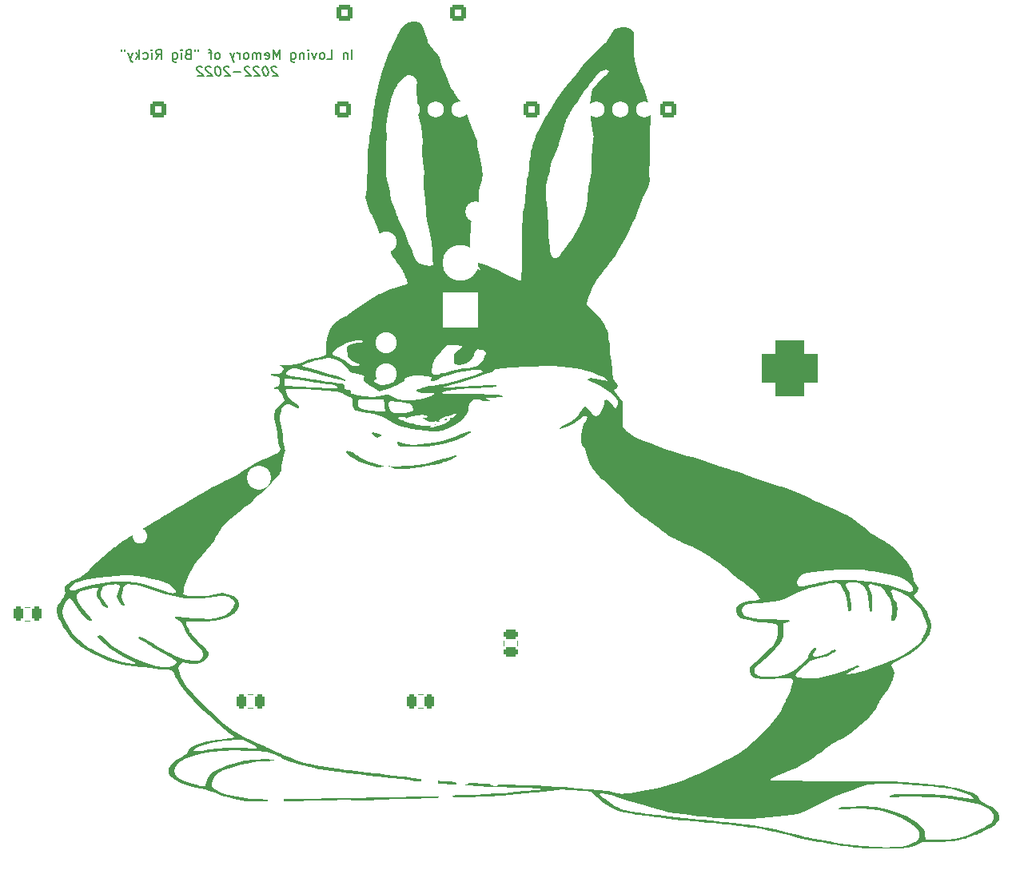
<source format=gbo>
%TF.GenerationSoftware,KiCad,Pcbnew,(6.0.10)*%
%TF.CreationDate,2023-01-21T11:24:51-08:00*%
%TF.ProjectId,unified_elec_steering,756e6966-6965-4645-9f65-6c65635f7374,rev?*%
%TF.SameCoordinates,Original*%
%TF.FileFunction,Legend,Bot*%
%TF.FilePolarity,Positive*%
%FSLAX46Y46*%
G04 Gerber Fmt 4.6, Leading zero omitted, Abs format (unit mm)*
G04 Created by KiCad (PCBNEW (6.0.10)) date 2023-01-21 11:24:51*
%MOMM*%
%LPD*%
G01*
G04 APERTURE LIST*
G04 Aperture macros list*
%AMRoundRect*
0 Rectangle with rounded corners*
0 $1 Rounding radius*
0 $2 $3 $4 $5 $6 $7 $8 $9 X,Y pos of 4 corners*
0 Add a 4 corners polygon primitive as box body*
4,1,4,$2,$3,$4,$5,$6,$7,$8,$9,$2,$3,0*
0 Add four circle primitives for the rounded corners*
1,1,$1+$1,$2,$3*
1,1,$1+$1,$4,$5*
1,1,$1+$1,$6,$7*
1,1,$1+$1,$8,$9*
0 Add four rect primitives between the rounded corners*
20,1,$1+$1,$2,$3,$4,$5,0*
20,1,$1+$1,$4,$5,$6,$7,0*
20,1,$1+$1,$6,$7,$8,$9,0*
20,1,$1+$1,$8,$9,$2,$3,0*%
G04 Aperture macros list end*
%ADD10C,0.150000*%
%ADD11C,0.120000*%
%ADD12C,0.876200*%
%ADD13C,0.836200*%
%ADD14C,0.010000*%
%ADD15RoundRect,0.250000X0.250000X0.475000X-0.250000X0.475000X-0.250000X-0.475000X0.250000X-0.475000X0*%
%ADD16RoundRect,0.250000X-0.475000X0.250000X-0.475000X-0.250000X0.475000X-0.250000X0.475000X0.250000X0*%
%ADD17RoundRect,0.250000X0.620000X0.620000X-0.620000X0.620000X-0.620000X-0.620000X0.620000X-0.620000X0*%
%ADD18C,1.740000*%
%ADD19C,2.540000*%
%ADD20C,2.235200*%
%ADD21C,1.600000*%
%ADD22C,2.180000*%
%ADD23C,3.810000*%
%ADD24R,3.810000X3.810000*%
%ADD25R,1.600000X1.600000*%
%ADD26O,1.600000X1.600000*%
%ADD27RoundRect,1.500000X-1.500000X1.500000X-1.500000X-1.500000X1.500000X-1.500000X1.500000X1.500000X0*%
%ADD28C,6.000000*%
G04 APERTURE END LIST*
D10*
X-10690127Y35453580D02*
X-10743698Y35501200D01*
X-10844889Y35548819D01*
X-11082984Y35548819D01*
X-11172270Y35501200D01*
X-11213936Y35453580D01*
X-11249651Y35358342D01*
X-11237746Y35263104D01*
X-11172270Y35120247D01*
X-10529413Y34548819D01*
X-11148460Y34548819D01*
X-11892508Y35548819D02*
X-11987746Y35548819D01*
X-12077032Y35501200D01*
X-12118698Y35453580D01*
X-12154413Y35358342D01*
X-12178222Y35167866D01*
X-12148460Y34929771D01*
X-12077032Y34739295D01*
X-12017508Y34644057D01*
X-11963936Y34596438D01*
X-11862746Y34548819D01*
X-11767508Y34548819D01*
X-11678222Y34596438D01*
X-11636555Y34644057D01*
X-11600841Y34739295D01*
X-11577032Y34929771D01*
X-11606794Y35167866D01*
X-11678222Y35358342D01*
X-11737746Y35453580D01*
X-11791317Y35501200D01*
X-11892508Y35548819D01*
X-12594889Y35453580D02*
X-12648460Y35501200D01*
X-12749651Y35548819D01*
X-12987746Y35548819D01*
X-13077032Y35501200D01*
X-13118698Y35453580D01*
X-13154413Y35358342D01*
X-13142508Y35263104D01*
X-13077032Y35120247D01*
X-12434175Y34548819D01*
X-13053222Y34548819D01*
X-13547270Y35453580D02*
X-13600841Y35501200D01*
X-13702032Y35548819D01*
X-13940127Y35548819D01*
X-14029413Y35501200D01*
X-14071079Y35453580D01*
X-14106794Y35358342D01*
X-14094889Y35263104D01*
X-14029413Y35120247D01*
X-13386555Y34548819D01*
X-14005603Y34548819D01*
X-14481794Y34929771D02*
X-15243698Y34929771D01*
X-15737746Y35453580D02*
X-15791317Y35501200D01*
X-15892508Y35548819D01*
X-16130603Y35548819D01*
X-16219889Y35501200D01*
X-16261555Y35453580D01*
X-16297270Y35358342D01*
X-16285365Y35263104D01*
X-16219889Y35120247D01*
X-15577032Y34548819D01*
X-16196079Y34548819D01*
X-16940127Y35548819D02*
X-17035365Y35548819D01*
X-17124651Y35501200D01*
X-17166317Y35453580D01*
X-17202032Y35358342D01*
X-17225841Y35167866D01*
X-17196079Y34929771D01*
X-17124651Y34739295D01*
X-17065127Y34644057D01*
X-17011555Y34596438D01*
X-16910365Y34548819D01*
X-16815127Y34548819D01*
X-16725841Y34596438D01*
X-16684175Y34644057D01*
X-16648460Y34739295D01*
X-16624651Y34929771D01*
X-16654413Y35167866D01*
X-16725841Y35358342D01*
X-16785365Y35453580D01*
X-16838936Y35501200D01*
X-16940127Y35548819D01*
X-17642508Y35453580D02*
X-17696079Y35501200D01*
X-17797270Y35548819D01*
X-18035365Y35548819D01*
X-18124651Y35501200D01*
X-18166317Y35453580D01*
X-18202032Y35358342D01*
X-18190127Y35263104D01*
X-18124651Y35120247D01*
X-17481794Y34548819D01*
X-18100841Y34548819D01*
X-18594889Y35453580D02*
X-18648460Y35501200D01*
X-18749651Y35548819D01*
X-18987746Y35548819D01*
X-19077032Y35501200D01*
X-19118698Y35453580D01*
X-19154413Y35358342D01*
X-19142508Y35263104D01*
X-19077032Y35120247D01*
X-18434175Y34548819D01*
X-19053222Y34548819D01*
X-2719323Y36326819D02*
X-2719323Y37326819D01*
X-3195514Y36993485D02*
X-3195514Y36326819D01*
X-3195514Y36898247D02*
X-3243133Y36945866D01*
X-3338371Y36993485D01*
X-3481228Y36993485D01*
X-3576466Y36945866D01*
X-3624085Y36850628D01*
X-3624085Y36326819D01*
X-5338371Y36326819D02*
X-4862180Y36326819D01*
X-4862180Y37326819D01*
X-5814561Y36326819D02*
X-5719323Y36374438D01*
X-5671704Y36422057D01*
X-5624085Y36517295D01*
X-5624085Y36803009D01*
X-5671704Y36898247D01*
X-5719323Y36945866D01*
X-5814561Y36993485D01*
X-5957419Y36993485D01*
X-6052657Y36945866D01*
X-6100276Y36898247D01*
X-6147895Y36803009D01*
X-6147895Y36517295D01*
X-6100276Y36422057D01*
X-6052657Y36374438D01*
X-5957419Y36326819D01*
X-5814561Y36326819D01*
X-6481228Y36993485D02*
X-6719323Y36326819D01*
X-6957419Y36993485D01*
X-7338371Y36326819D02*
X-7338371Y36993485D01*
X-7338371Y37326819D02*
X-7290752Y37279200D01*
X-7338371Y37231580D01*
X-7385990Y37279200D01*
X-7338371Y37326819D01*
X-7338371Y37231580D01*
X-7814561Y36993485D02*
X-7814561Y36326819D01*
X-7814561Y36898247D02*
X-7862180Y36945866D01*
X-7957419Y36993485D01*
X-8100276Y36993485D01*
X-8195514Y36945866D01*
X-8243133Y36850628D01*
X-8243133Y36326819D01*
X-9147895Y36993485D02*
X-9147895Y36183961D01*
X-9100276Y36088723D01*
X-9052657Y36041104D01*
X-8957419Y35993485D01*
X-8814561Y35993485D01*
X-8719323Y36041104D01*
X-9147895Y36374438D02*
X-9052657Y36326819D01*
X-8862180Y36326819D01*
X-8766942Y36374438D01*
X-8719323Y36422057D01*
X-8671704Y36517295D01*
X-8671704Y36803009D01*
X-8719323Y36898247D01*
X-8766942Y36945866D01*
X-8862180Y36993485D01*
X-9052657Y36993485D01*
X-9147895Y36945866D01*
X-10385990Y36326819D02*
X-10385990Y37326819D01*
X-10719323Y36612533D01*
X-11052657Y37326819D01*
X-11052657Y36326819D01*
X-11909799Y36374438D02*
X-11814561Y36326819D01*
X-11624085Y36326819D01*
X-11528847Y36374438D01*
X-11481228Y36469676D01*
X-11481228Y36850628D01*
X-11528847Y36945866D01*
X-11624085Y36993485D01*
X-11814561Y36993485D01*
X-11909799Y36945866D01*
X-11957419Y36850628D01*
X-11957419Y36755390D01*
X-11481228Y36660152D01*
X-12385990Y36326819D02*
X-12385990Y36993485D01*
X-12385990Y36898247D02*
X-12433609Y36945866D01*
X-12528847Y36993485D01*
X-12671704Y36993485D01*
X-12766942Y36945866D01*
X-12814561Y36850628D01*
X-12814561Y36326819D01*
X-12814561Y36850628D02*
X-12862180Y36945866D01*
X-12957419Y36993485D01*
X-13100276Y36993485D01*
X-13195514Y36945866D01*
X-13243133Y36850628D01*
X-13243133Y36326819D01*
X-13862180Y36326819D02*
X-13766942Y36374438D01*
X-13719323Y36422057D01*
X-13671704Y36517295D01*
X-13671704Y36803009D01*
X-13719323Y36898247D01*
X-13766942Y36945866D01*
X-13862180Y36993485D01*
X-14005038Y36993485D01*
X-14100276Y36945866D01*
X-14147895Y36898247D01*
X-14195514Y36803009D01*
X-14195514Y36517295D01*
X-14147895Y36422057D01*
X-14100276Y36374438D01*
X-14005038Y36326819D01*
X-13862180Y36326819D01*
X-14624085Y36326819D02*
X-14624085Y36993485D01*
X-14624085Y36803009D02*
X-14671704Y36898247D01*
X-14719323Y36945866D01*
X-14814561Y36993485D01*
X-14909799Y36993485D01*
X-15147895Y36993485D02*
X-15385990Y36326819D01*
X-15624085Y36993485D02*
X-15385990Y36326819D01*
X-15290752Y36088723D01*
X-15243133Y36041104D01*
X-15147895Y35993485D01*
X-16909799Y36326819D02*
X-16814561Y36374438D01*
X-16766942Y36422057D01*
X-16719323Y36517295D01*
X-16719323Y36803009D01*
X-16766942Y36898247D01*
X-16814561Y36945866D01*
X-16909799Y36993485D01*
X-17052657Y36993485D01*
X-17147895Y36945866D01*
X-17195514Y36898247D01*
X-17243133Y36803009D01*
X-17243133Y36517295D01*
X-17195514Y36422057D01*
X-17147895Y36374438D01*
X-17052657Y36326819D01*
X-16909799Y36326819D01*
X-17528847Y36993485D02*
X-17909799Y36993485D01*
X-17671704Y36326819D02*
X-17671704Y37183961D01*
X-17719323Y37279200D01*
X-17814561Y37326819D01*
X-17909799Y37326819D01*
X-18957419Y37326819D02*
X-18957419Y37136342D01*
X-19338371Y37326819D02*
X-19338371Y37136342D01*
X-20100276Y36850628D02*
X-20243133Y36803009D01*
X-20290752Y36755390D01*
X-20338371Y36660152D01*
X-20338371Y36517295D01*
X-20290752Y36422057D01*
X-20243133Y36374438D01*
X-20147895Y36326819D01*
X-19766942Y36326819D01*
X-19766942Y37326819D01*
X-20100276Y37326819D01*
X-20195514Y37279200D01*
X-20243133Y37231580D01*
X-20290752Y37136342D01*
X-20290752Y37041104D01*
X-20243133Y36945866D01*
X-20195514Y36898247D01*
X-20100276Y36850628D01*
X-19766942Y36850628D01*
X-20766942Y36326819D02*
X-20766942Y36993485D01*
X-20766942Y37326819D02*
X-20719323Y37279200D01*
X-20766942Y37231580D01*
X-20814561Y37279200D01*
X-20766942Y37326819D01*
X-20766942Y37231580D01*
X-21671704Y36993485D02*
X-21671704Y36183961D01*
X-21624085Y36088723D01*
X-21576466Y36041104D01*
X-21481228Y35993485D01*
X-21338371Y35993485D01*
X-21243133Y36041104D01*
X-21671704Y36374438D02*
X-21576466Y36326819D01*
X-21385990Y36326819D01*
X-21290752Y36374438D01*
X-21243133Y36422057D01*
X-21195514Y36517295D01*
X-21195514Y36803009D01*
X-21243133Y36898247D01*
X-21290752Y36945866D01*
X-21385990Y36993485D01*
X-21576466Y36993485D01*
X-21671704Y36945866D01*
X-23481228Y36326819D02*
X-23147895Y36803009D01*
X-22909799Y36326819D02*
X-22909799Y37326819D01*
X-23290752Y37326819D01*
X-23385990Y37279200D01*
X-23433609Y37231580D01*
X-23481228Y37136342D01*
X-23481228Y36993485D01*
X-23433609Y36898247D01*
X-23385990Y36850628D01*
X-23290752Y36803009D01*
X-22909799Y36803009D01*
X-23909799Y36326819D02*
X-23909799Y36993485D01*
X-23909799Y37326819D02*
X-23862180Y37279200D01*
X-23909799Y37231580D01*
X-23957419Y37279200D01*
X-23909799Y37326819D01*
X-23909799Y37231580D01*
X-24814561Y36374438D02*
X-24719323Y36326819D01*
X-24528847Y36326819D01*
X-24433609Y36374438D01*
X-24385990Y36422057D01*
X-24338371Y36517295D01*
X-24338371Y36803009D01*
X-24385990Y36898247D01*
X-24433609Y36945866D01*
X-24528847Y36993485D01*
X-24719323Y36993485D01*
X-24814561Y36945866D01*
X-25243133Y36326819D02*
X-25243133Y37326819D01*
X-25338371Y36707771D02*
X-25624085Y36326819D01*
X-25624085Y36993485D02*
X-25243133Y36612533D01*
X-25957419Y36993485D02*
X-26195514Y36326819D01*
X-26433609Y36993485D02*
X-26195514Y36326819D01*
X-26100276Y36088723D01*
X-26052657Y36041104D01*
X-25957419Y35993485D01*
X-26766942Y37326819D02*
X-26766942Y37136342D01*
X-27147895Y37326819D02*
X-27147895Y37136342D01*
D11*
%TO.C,C4*%
X-36822748Y-21718600D02*
X-37345252Y-21718600D01*
X-36822748Y-23188600D02*
X-37345252Y-23188600D01*
%TO.C,C3*%
X-13200748Y-32459600D02*
X-13723252Y-32459600D01*
X-13200748Y-30989600D02*
X-13723252Y-30989600D01*
%TO.C,C2*%
X4797652Y-32459600D02*
X4275148Y-32459600D01*
X4797652Y-30989600D02*
X4275148Y-30989600D01*
%TO.C,C1*%
X14806600Y-25291148D02*
X14806600Y-25813652D01*
X13336600Y-25291148D02*
X13336600Y-25813652D01*
%TO.C,G\u002A\u002A\u002A*%
G36*
X6150142Y-2405314D02*
G01*
X6108365Y-2447090D01*
X6066589Y-2405314D01*
X6108365Y-2363537D01*
X6150142Y-2405314D01*
G37*
G36*
X24612007Y5984568D02*
G01*
X24625600Y5659229D01*
X24628304Y5533102D01*
X24645755Y5270441D01*
X24653591Y5152488D01*
X24699775Y4710419D01*
X24759852Y4278897D01*
X24788589Y4090892D01*
X24845208Y3660646D01*
X24886986Y3260410D01*
X24906465Y2957395D01*
X24921561Y2715427D01*
X24982758Y2449061D01*
X25105230Y2245609D01*
X25140083Y2202967D01*
X25361003Y1893145D01*
X25449999Y1665472D01*
X25409496Y1504888D01*
X25241918Y1396331D01*
X25135457Y1349559D01*
X25048720Y1261124D01*
X25086050Y1132733D01*
X25247900Y928899D01*
X25372567Y785806D01*
X25657503Y435739D01*
X25847559Y163298D01*
X25929364Y-13033D01*
X25933293Y-46337D01*
X25943308Y-232648D01*
X25952813Y-538987D01*
X25960889Y-931691D01*
X25966617Y-1377101D01*
X25977939Y-2604809D01*
X26330256Y-3006377D01*
X26414797Y-3097913D01*
X26681505Y-3334471D01*
X27016614Y-3558560D01*
X27443647Y-3783044D01*
X27986126Y-4020788D01*
X28667576Y-4284657D01*
X28985261Y-4403535D01*
X29394621Y-4559689D01*
X29751808Y-4699078D01*
X30004418Y-4801444D01*
X30401744Y-4960548D01*
X30951391Y-5163018D01*
X31527549Y-5360345D01*
X32070262Y-5532112D01*
X32519579Y-5657904D01*
X33654989Y-5963130D01*
X34894745Y-6345588D01*
X36020207Y-6747667D01*
X36253929Y-6833899D01*
X36606271Y-6952373D01*
X36897510Y-7037967D01*
X37006875Y-7066664D01*
X37354724Y-7162882D01*
X37691260Y-7261423D01*
X37742495Y-7277090D01*
X37903773Y-7327862D01*
X38081216Y-7386690D01*
X38298247Y-7461903D01*
X38578290Y-7561827D01*
X38944769Y-7694792D01*
X39421109Y-7869123D01*
X40030734Y-8093150D01*
X40625377Y-8309711D01*
X41333288Y-8560030D01*
X41903771Y-8751772D01*
X42328431Y-8882056D01*
X43038582Y-9098221D01*
X43933040Y-9409387D01*
X44789957Y-9747784D01*
X45545207Y-10089344D01*
X45858971Y-10239643D01*
X46327153Y-10456435D01*
X46829389Y-10682796D01*
X47299813Y-10888719D01*
X47717668Y-11069852D01*
X48519108Y-11430272D01*
X49184256Y-11750495D01*
X49728575Y-12038509D01*
X50167531Y-12302298D01*
X50516589Y-12549849D01*
X50961752Y-12897366D01*
X51505886Y-13317849D01*
X51953829Y-13656864D01*
X52325415Y-13928437D01*
X52640475Y-14146594D01*
X52918841Y-14325362D01*
X53180348Y-14478768D01*
X53444827Y-14620838D01*
X53648589Y-14730478D01*
X54006351Y-14941458D01*
X54313333Y-15144493D01*
X54519500Y-15307608D01*
X54721627Y-15498123D01*
X54999779Y-15757200D01*
X55279089Y-16014869D01*
X55418341Y-16151136D01*
X55713964Y-16487396D01*
X56007380Y-16873958D01*
X56276269Y-17276289D01*
X56498309Y-17659858D01*
X56651180Y-17990132D01*
X56712562Y-18232581D01*
X56722280Y-18434781D01*
X56745186Y-18735221D01*
X56780636Y-18931654D01*
X56838157Y-19066150D01*
X56927275Y-19180781D01*
X57148681Y-19467571D01*
X57260666Y-19748056D01*
X57269260Y-19769580D01*
X57230832Y-20027335D01*
X57033694Y-20243800D01*
X56886042Y-20364899D01*
X56798933Y-20520952D01*
X56861987Y-20681909D01*
X57077243Y-20877462D01*
X57157485Y-20942259D01*
X57444188Y-21220227D01*
X57733723Y-21559019D01*
X57994059Y-21915786D01*
X58193166Y-22247679D01*
X58299011Y-22511849D01*
X58313005Y-22569307D01*
X58414230Y-22888162D01*
X58540124Y-23193009D01*
X58598674Y-23322756D01*
X58680784Y-23597659D01*
X58682893Y-23779691D01*
X58683964Y-23872070D01*
X58604874Y-24193308D01*
X58440172Y-24608690D01*
X58389588Y-24719682D01*
X58067301Y-25268097D01*
X57635109Y-25777886D01*
X57078823Y-26261728D01*
X56384251Y-26732301D01*
X55537202Y-27202283D01*
X55088345Y-27432357D01*
X54769359Y-27601323D01*
X54561705Y-27723903D01*
X54446645Y-27814922D01*
X54405439Y-27889207D01*
X54419346Y-27961583D01*
X54469626Y-28046876D01*
X54525831Y-28137251D01*
X54662470Y-28419857D01*
X54711535Y-28694715D01*
X54676449Y-29013790D01*
X54560634Y-29429048D01*
X54508283Y-29571302D01*
X54431459Y-29780057D01*
X54266528Y-30115083D01*
X54041161Y-30474436D01*
X53728061Y-30906558D01*
X53714374Y-30924697D01*
X53477896Y-31244324D01*
X53284741Y-31516688D01*
X53154489Y-31713439D01*
X53106721Y-31806226D01*
X53082504Y-31892747D01*
X53002804Y-32092523D01*
X52886775Y-32350870D01*
X52780495Y-32538960D01*
X52506216Y-32907290D01*
X52130374Y-33328471D01*
X51677888Y-33780149D01*
X51173678Y-34239972D01*
X50642661Y-34685585D01*
X50109759Y-35094637D01*
X49599889Y-35444773D01*
X49137971Y-35713641D01*
X48885803Y-35845559D01*
X48181501Y-36247406D01*
X47556900Y-36664359D01*
X46949220Y-37137252D01*
X46666913Y-37358158D01*
X46148930Y-37721583D01*
X45566939Y-38092227D01*
X44968840Y-38441310D01*
X44402537Y-38740051D01*
X43915931Y-38959671D01*
X43342900Y-39187709D01*
X42759069Y-39424563D01*
X42308159Y-39614578D01*
X41977020Y-39764108D01*
X41752503Y-39879500D01*
X41621460Y-39967107D01*
X41570742Y-40033279D01*
X41587198Y-40084366D01*
X41643506Y-40092519D01*
X41852285Y-40103876D01*
X42199335Y-40115927D01*
X42668375Y-40128464D01*
X43243128Y-40141280D01*
X43907317Y-40154166D01*
X44644662Y-40166916D01*
X45438886Y-40179320D01*
X46273711Y-40191172D01*
X47132859Y-40202264D01*
X48000051Y-40212387D01*
X48859010Y-40221333D01*
X49693457Y-40228896D01*
X50487115Y-40234867D01*
X51223705Y-40239039D01*
X51886949Y-40241202D01*
X52460569Y-40241151D01*
X52928288Y-40238676D01*
X53273826Y-40233571D01*
X53615218Y-40228131D01*
X54217434Y-40228728D01*
X54806177Y-40240584D01*
X55330293Y-40262463D01*
X55738628Y-40293129D01*
X56016337Y-40320919D01*
X56565057Y-40371915D01*
X57141997Y-40421717D01*
X57660339Y-40462665D01*
X57944129Y-40484126D01*
X58723712Y-40549018D01*
X59396805Y-40614312D01*
X59948283Y-40678309D01*
X60363025Y-40739311D01*
X60625906Y-40795621D01*
X60914726Y-40855806D01*
X61210774Y-40881897D01*
X61279417Y-40887118D01*
X61544697Y-40943248D01*
X61901935Y-41048693D01*
X62308167Y-41188165D01*
X62720431Y-41346373D01*
X63095761Y-41508029D01*
X63391195Y-41657843D01*
X63631563Y-41840890D01*
X63735241Y-42050852D01*
X63767430Y-42156115D01*
X63869094Y-42271143D01*
X64067841Y-42400653D01*
X64393000Y-42567691D01*
X64512324Y-42627223D01*
X65053732Y-42945495D01*
X65467493Y-43276709D01*
X65740952Y-43609117D01*
X65861455Y-43930972D01*
X65864547Y-43957232D01*
X65868745Y-43992880D01*
X65871239Y-44159506D01*
X65822428Y-44301513D01*
X65699018Y-44465460D01*
X65477713Y-44697902D01*
X65227327Y-44925046D01*
X64963861Y-45118740D01*
X64752390Y-45229312D01*
X64558113Y-45306746D01*
X64260091Y-45447781D01*
X63952276Y-45611230D01*
X63685428Y-45752808D01*
X63460381Y-45855327D01*
X63329742Y-45894458D01*
X63182841Y-45927132D01*
X62980341Y-46012335D01*
X62840730Y-46073831D01*
X62563285Y-46174342D01*
X62253405Y-46269969D01*
X61953963Y-46350633D01*
X61445983Y-46467635D01*
X60949953Y-46550032D01*
X60421248Y-46603069D01*
X59815242Y-46631989D01*
X59087313Y-46642037D01*
X58947060Y-46642594D01*
X58403998Y-46648885D01*
X58003563Y-46662408D01*
X57725758Y-46684624D01*
X57550582Y-46716992D01*
X57458036Y-46760972D01*
X57395103Y-46810384D01*
X57054614Y-46989889D01*
X56588049Y-47140770D01*
X56027340Y-47254307D01*
X55404418Y-47321781D01*
X54979328Y-47341925D01*
X54382134Y-47354720D01*
X53715067Y-47356386D01*
X53011972Y-47347818D01*
X52306693Y-47329910D01*
X51633072Y-47303555D01*
X51024954Y-47269647D01*
X50516183Y-47229081D01*
X50140602Y-47182750D01*
X50063875Y-47170198D01*
X49622862Y-47099619D01*
X49174062Y-47029904D01*
X48803760Y-46974492D01*
X48493004Y-46926824D01*
X48128327Y-46865420D01*
X47842905Y-46811621D01*
X47708595Y-46785774D01*
X47355613Y-46728405D01*
X47007378Y-46682666D01*
X46760429Y-46651411D01*
X46166973Y-46550160D01*
X45463102Y-46397854D01*
X44626128Y-46189797D01*
X44350506Y-46118118D01*
X43470818Y-45892467D01*
X42718189Y-45705738D01*
X42066430Y-45552442D01*
X41489354Y-45427090D01*
X40960770Y-45324192D01*
X40454491Y-45238261D01*
X39944327Y-45163807D01*
X39404089Y-45095342D01*
X38995315Y-45045411D01*
X38541845Y-44987654D01*
X38144558Y-44934700D01*
X37858365Y-44893713D01*
X37690579Y-44869945D01*
X37293415Y-44820748D01*
X36783408Y-44763288D01*
X36194322Y-44701007D01*
X35559924Y-44637341D01*
X34913979Y-44575732D01*
X34290252Y-44519618D01*
X33722510Y-44472439D01*
X33455133Y-44450634D01*
X32807484Y-44392762D01*
X32123616Y-44325812D01*
X31444098Y-44254148D01*
X30809496Y-44182134D01*
X30260379Y-44114134D01*
X29837313Y-44054511D01*
X29503696Y-44004946D01*
X29045687Y-43941568D01*
X28625800Y-43887776D01*
X28238616Y-43840968D01*
X27763532Y-43783402D01*
X27330734Y-43730841D01*
X27238653Y-43718999D01*
X26732230Y-43635544D01*
X26200974Y-43522562D01*
X25692608Y-43392088D01*
X25254858Y-43256157D01*
X24935448Y-43126804D01*
X24601541Y-42944836D01*
X23927686Y-42482717D01*
X23233763Y-41878681D01*
X22871983Y-41532765D01*
X23529089Y-41532765D01*
X23597517Y-41671098D01*
X23785136Y-41868243D01*
X24063431Y-42103588D01*
X24403885Y-42356994D01*
X24777981Y-42608322D01*
X25157200Y-42837434D01*
X25513026Y-43024190D01*
X25816942Y-43148451D01*
X26256400Y-43266754D01*
X26871959Y-43393354D01*
X27654125Y-43525222D01*
X28602688Y-43662331D01*
X29717439Y-43804651D01*
X30998168Y-43952154D01*
X32444665Y-44104813D01*
X34056721Y-44262598D01*
X34395343Y-44294654D01*
X35241946Y-44375090D01*
X35950159Y-44443049D01*
X36540629Y-44500737D01*
X37034007Y-44550356D01*
X37450941Y-44594109D01*
X37812080Y-44634200D01*
X38138072Y-44672832D01*
X38449565Y-44712209D01*
X38767210Y-44754535D01*
X39111655Y-44802012D01*
X39817133Y-44901674D01*
X40584862Y-45014749D01*
X41202500Y-45112029D01*
X41679047Y-45195016D01*
X42023507Y-45265209D01*
X42244878Y-45324107D01*
X42400670Y-45370724D01*
X42710375Y-45451440D01*
X43038628Y-45526860D01*
X43332312Y-45591836D01*
X43734709Y-45686954D01*
X44151858Y-45790698D01*
X44548252Y-45893795D01*
X44888383Y-45986970D01*
X45136743Y-46060950D01*
X45257824Y-46106461D01*
X45311045Y-46123021D01*
X45512482Y-46167256D01*
X45838443Y-46231081D01*
X46264701Y-46310264D01*
X46767032Y-46400572D01*
X47321209Y-46497770D01*
X47903006Y-46597626D01*
X48488199Y-46695906D01*
X49052562Y-46788378D01*
X49571869Y-46870807D01*
X50021894Y-46938961D01*
X50254075Y-46969047D01*
X50698765Y-47016100D01*
X51229914Y-47063657D01*
X51799967Y-47107559D01*
X52361368Y-47143644D01*
X52836080Y-47169772D01*
X53275601Y-47192198D01*
X53632037Y-47208509D01*
X53877481Y-47217433D01*
X53984023Y-47217695D01*
X54065849Y-47209999D01*
X54287347Y-47194036D01*
X54606898Y-47173260D01*
X54986655Y-47150217D01*
X55401941Y-47120370D01*
X55853103Y-47064523D01*
X56221793Y-46979924D01*
X56556552Y-46854592D01*
X56905923Y-46676548D01*
X56970747Y-46638010D01*
X57266149Y-46370990D01*
X57413446Y-46052481D01*
X57411881Y-45706057D01*
X57260694Y-45355292D01*
X56959126Y-45023760D01*
X56388993Y-44602174D01*
X55504147Y-44101771D01*
X54519100Y-43693302D01*
X53461018Y-43384294D01*
X52357066Y-43182272D01*
X51234411Y-43094762D01*
X50120218Y-43129288D01*
X50033886Y-43136731D01*
X49550148Y-43167321D01*
X49184393Y-43170028D01*
X48948479Y-43145912D01*
X48854269Y-43096033D01*
X48913623Y-43021451D01*
X48978957Y-42999309D01*
X49202611Y-42964236D01*
X49542264Y-42932468D01*
X49966011Y-42905318D01*
X50441945Y-42884103D01*
X50938159Y-42870134D01*
X51422747Y-42864728D01*
X51863802Y-42869199D01*
X52229418Y-42884860D01*
X52790287Y-42942668D01*
X53905274Y-43162764D01*
X55017001Y-43512050D01*
X56079254Y-43974691D01*
X57045816Y-44534857D01*
X57222129Y-44656375D01*
X57578451Y-44943573D01*
X57808937Y-45216739D01*
X57935977Y-45507245D01*
X57981963Y-45846463D01*
X57993412Y-46028327D01*
X58024999Y-46253473D01*
X58065623Y-46369489D01*
X58099291Y-46385307D01*
X58278827Y-46412287D01*
X58575687Y-46428943D01*
X58955911Y-46435687D01*
X59385538Y-46432927D01*
X59830610Y-46421074D01*
X60257166Y-46400538D01*
X60631247Y-46371727D01*
X60918892Y-46335053D01*
X61174738Y-46284346D01*
X61858282Y-46103134D01*
X62597954Y-45853502D01*
X63337364Y-45555555D01*
X64020118Y-45229399D01*
X64224642Y-45120827D01*
X64606347Y-44904801D01*
X64872371Y-44724230D01*
X65048688Y-44556456D01*
X65161270Y-44378822D01*
X65236093Y-44168670D01*
X65236379Y-44167632D01*
X65274249Y-43957232D01*
X65236793Y-43780041D01*
X65107186Y-43556111D01*
X65077789Y-43513665D01*
X64785749Y-43214393D01*
X64361905Y-42946028D01*
X63799397Y-42706062D01*
X63091370Y-42491987D01*
X62230966Y-42301296D01*
X61211326Y-42131481D01*
X60846113Y-42083121D01*
X60031613Y-41999544D01*
X59119743Y-41931866D01*
X58156273Y-41882210D01*
X57186974Y-41852698D01*
X56257616Y-41845453D01*
X55413970Y-41862599D01*
X55128632Y-41872918D01*
X54724234Y-41883366D01*
X54452284Y-41881850D01*
X54290578Y-41867079D01*
X54216909Y-41837763D01*
X54209070Y-41792612D01*
X54225002Y-41764259D01*
X54330877Y-41699578D01*
X54539457Y-41648804D01*
X54863588Y-41610719D01*
X55316111Y-41584105D01*
X55909870Y-41567746D01*
X56657707Y-41560422D01*
X57353026Y-41564032D01*
X58511316Y-41597259D01*
X59632443Y-41662309D01*
X60684271Y-41756619D01*
X61634663Y-41877623D01*
X62451483Y-42022758D01*
X62804299Y-42083678D01*
X63056800Y-42094610D01*
X63170356Y-42051885D01*
X63137598Y-41958530D01*
X62951159Y-41817569D01*
X62884103Y-41777322D01*
X62266656Y-41479357D01*
X61512228Y-41222256D01*
X60644410Y-41011867D01*
X59686794Y-40854038D01*
X58662971Y-40754617D01*
X58421085Y-40737967D01*
X57988515Y-40706109D01*
X57468774Y-40666220D01*
X56907016Y-40621779D01*
X56348394Y-40576267D01*
X56097253Y-40556785D01*
X55160638Y-40503694D01*
X54212464Y-40477156D01*
X53340499Y-40479981D01*
X51895207Y-40513110D01*
X50892576Y-40901246D01*
X50527423Y-41041571D01*
X50001351Y-41241161D01*
X49486252Y-41434140D01*
X49054418Y-41593290D01*
X48848288Y-41673019D01*
X48417415Y-41856504D01*
X47914936Y-42085650D01*
X47387572Y-42338918D01*
X46882050Y-42594766D01*
X46527740Y-42777729D01*
X46070465Y-43008537D01*
X45656310Y-43211893D01*
X45320071Y-43370775D01*
X45096546Y-43468162D01*
X44929035Y-43526597D01*
X44451410Y-43650168D01*
X43841905Y-43765977D01*
X43124659Y-43872136D01*
X42323812Y-43966758D01*
X41463502Y-44047957D01*
X40567868Y-44113845D01*
X39661050Y-44162535D01*
X38767187Y-44192141D01*
X37910417Y-44200776D01*
X37114880Y-44186553D01*
X36404714Y-44147585D01*
X36281957Y-44137681D01*
X35728052Y-44088417D01*
X35160259Y-44031676D01*
X34638783Y-43973720D01*
X34223826Y-43920808D01*
X34057506Y-43898086D01*
X33523655Y-43832129D01*
X32956320Y-43769943D01*
X32453284Y-43722480D01*
X32300255Y-43708279D01*
X31649965Y-43620352D01*
X30899747Y-43478222D01*
X30040809Y-43279604D01*
X29064358Y-43022214D01*
X27961601Y-42703766D01*
X26723746Y-42321976D01*
X25342000Y-41874560D01*
X25267376Y-41850055D01*
X24664613Y-41664044D01*
X24180770Y-41537682D01*
X23824480Y-41472597D01*
X23604376Y-41470415D01*
X23529089Y-41532765D01*
X22871983Y-41532765D01*
X22646002Y-41316694D01*
X21980473Y-41264127D01*
X21824773Y-41251572D01*
X21387638Y-41214764D01*
X20898749Y-41172019D01*
X20437642Y-41130238D01*
X20225972Y-41112671D01*
X19570269Y-41091396D01*
X19059023Y-41133031D01*
X18888395Y-41158941D01*
X18515501Y-41206978D01*
X18077918Y-41256148D01*
X17638628Y-41299086D01*
X17436872Y-41317293D01*
X16895079Y-41367645D01*
X16332289Y-41421560D01*
X15842247Y-41470112D01*
X15496255Y-41505343D01*
X14987391Y-41557281D01*
X14532421Y-41603276D01*
X14118350Y-41643955D01*
X13732181Y-41679945D01*
X13360918Y-41711874D01*
X12991566Y-41740368D01*
X12611128Y-41766056D01*
X12206608Y-41789564D01*
X11765011Y-41811519D01*
X11273339Y-41832549D01*
X10718597Y-41853281D01*
X10087789Y-41874342D01*
X9367919Y-41896360D01*
X8545991Y-41919962D01*
X7609008Y-41945775D01*
X6543975Y-41974426D01*
X5337895Y-42006543D01*
X3977773Y-42042752D01*
X3880645Y-42045365D01*
X3091555Y-42068056D01*
X2313335Y-42092856D01*
X1572017Y-42118772D01*
X893633Y-42144810D01*
X304215Y-42169977D01*
X-170205Y-42193280D01*
X-503597Y-42213725D01*
X-942485Y-42238939D01*
X-1780520Y-42251231D01*
X-2550636Y-42217068D01*
X-3092596Y-42188099D01*
X-3870139Y-42184872D01*
X-4669924Y-42219476D01*
X-4936899Y-42233424D01*
X-5386650Y-42248875D01*
X-5961395Y-42262954D01*
X-6638371Y-42275309D01*
X-7394813Y-42285588D01*
X-8207957Y-42293440D01*
X-9055040Y-42298513D01*
X-9913298Y-42300456D01*
X-13986935Y-42301695D01*
X-15166834Y-42051587D01*
X-15672801Y-41933423D01*
X-16195088Y-41791667D01*
X-16664631Y-41645373D01*
X-17025434Y-41510831D01*
X-17082925Y-41486594D01*
X-17486338Y-41332201D01*
X-17901580Y-41194806D01*
X-18247227Y-41101676D01*
X-19261294Y-40860048D01*
X-20138185Y-40606568D01*
X-20857228Y-40346192D01*
X-21416115Y-40079871D01*
X-21812539Y-39808559D01*
X-22044194Y-39533210D01*
X-22049812Y-39522697D01*
X-22145289Y-39308479D01*
X-22159845Y-39124897D01*
X-22158272Y-39118274D01*
X-21520490Y-39118274D01*
X-21469480Y-39444212D01*
X-21307120Y-39701960D01*
X-21227225Y-39765849D01*
X-20947896Y-39929374D01*
X-20564166Y-40108016D01*
X-20116704Y-40287096D01*
X-19646176Y-40451933D01*
X-19193249Y-40587848D01*
X-18798591Y-40680162D01*
X-18502870Y-40714195D01*
X-18346653Y-40696856D01*
X-18243528Y-40608142D01*
X-18168067Y-40400873D01*
X-18153910Y-40348728D01*
X-18101875Y-40131779D01*
X-18080587Y-39998149D01*
X-18080567Y-39996637D01*
X-18014839Y-39843949D01*
X-17846277Y-39633895D01*
X-17610450Y-39401561D01*
X-17342926Y-39182035D01*
X-17079274Y-39010401D01*
X-16870922Y-38909130D01*
X-16438718Y-38735913D01*
X-15903008Y-38551525D01*
X-15300611Y-38367638D01*
X-14668347Y-38195920D01*
X-14043037Y-38048044D01*
X-13822252Y-38003355D01*
X-13314440Y-37927490D01*
X-12763220Y-37886009D01*
X-12107566Y-37873406D01*
X-11990371Y-37873793D01*
X-11593154Y-37881349D01*
X-11271764Y-37897080D01*
X-11056622Y-37919050D01*
X-10978148Y-37945320D01*
X-11049435Y-37994379D01*
X-11253931Y-38042927D01*
X-11556531Y-38084001D01*
X-11921972Y-38112869D01*
X-12314990Y-38124796D01*
X-12608469Y-38137256D01*
X-13186236Y-38204404D01*
X-13834510Y-38320599D01*
X-14513768Y-38475567D01*
X-15184488Y-38659035D01*
X-15807146Y-38860729D01*
X-16342220Y-39070375D01*
X-16750187Y-39277699D01*
X-17019874Y-39471806D01*
X-17314283Y-39779956D01*
X-17503616Y-40107025D01*
X-17578404Y-40426648D01*
X-17529179Y-40712459D01*
X-17346472Y-40938094D01*
X-17182894Y-41050125D01*
X-16585886Y-41358299D01*
X-15837276Y-41621357D01*
X-14944680Y-41836936D01*
X-13915713Y-42002674D01*
X-13591032Y-42038610D01*
X-13001579Y-42085098D01*
X-12397564Y-42114379D01*
X-11868673Y-42121256D01*
X-9827126Y-42093434D01*
X-7183107Y-42054109D01*
X-4673869Y-42012867D01*
X-2301720Y-41969779D01*
X-68969Y-41924913D01*
X2022075Y-41878337D01*
X3969104Y-41830120D01*
X5769809Y-41780331D01*
X7421881Y-41729037D01*
X8923011Y-41676309D01*
X10270892Y-41622214D01*
X11463213Y-41566821D01*
X12497666Y-41510199D01*
X13371943Y-41452416D01*
X14083736Y-41393540D01*
X14630734Y-41333642D01*
X14851763Y-41306503D01*
X15402739Y-41248028D01*
X15982707Y-41196204D01*
X16497616Y-41159790D01*
X16817046Y-41137987D01*
X17128038Y-41105398D01*
X17300330Y-41070437D01*
X17319725Y-41035253D01*
X17304448Y-41027917D01*
X17188029Y-40997887D01*
X16982401Y-40970694D01*
X16676438Y-40945795D01*
X16259012Y-40922646D01*
X15718994Y-40900705D01*
X15045257Y-40879427D01*
X14226674Y-40858271D01*
X13252115Y-40836692D01*
X12670648Y-40822630D01*
X12046776Y-40803309D01*
X11470739Y-40781243D01*
X10972351Y-40757710D01*
X10581425Y-40733987D01*
X10327773Y-40711352D01*
X10260631Y-40703686D01*
X9944162Y-40675042D01*
X9506736Y-40642744D01*
X8983600Y-40609102D01*
X8410003Y-40576428D01*
X7821194Y-40547031D01*
X7613015Y-40537055D01*
X7043578Y-40506157D01*
X6513169Y-40472430D01*
X6053776Y-40438189D01*
X5697387Y-40405747D01*
X5475991Y-40377416D01*
X5398691Y-40364313D01*
X5054495Y-40313249D01*
X4567987Y-40248400D01*
X3957307Y-40171954D01*
X3240595Y-40086096D01*
X2435991Y-39993013D01*
X1561636Y-39894893D01*
X635668Y-39793922D01*
X186025Y-39744142D01*
X-315897Y-39685238D01*
X-759493Y-39629716D01*
X-1108791Y-39582102D01*
X-1327819Y-39546921D01*
X-1532093Y-39513878D01*
X-1885349Y-39467933D01*
X-2308287Y-39420734D01*
X-2748214Y-39378528D01*
X-3074074Y-39347743D01*
X-3593669Y-39291520D01*
X-4094580Y-39230094D01*
X-4502819Y-39172165D01*
X-4612610Y-39154928D01*
X-5015323Y-39093212D01*
X-5391692Y-39037550D01*
X-5672406Y-38998248D01*
X-5821570Y-38975589D01*
X-6210399Y-38903294D01*
X-6694999Y-38801946D01*
X-7232271Y-38681596D01*
X-7779120Y-38552299D01*
X-8292447Y-38424108D01*
X-8729157Y-38307076D01*
X-9046151Y-38211256D01*
X-9200341Y-38155369D01*
X-9565704Y-38006854D01*
X-9981495Y-37822982D01*
X-10384397Y-37631199D01*
X-10628108Y-37512141D01*
X-10984567Y-37345025D01*
X-11286408Y-37211510D01*
X-11486568Y-37132875D01*
X-11513137Y-37125490D01*
X-11720089Y-37092024D01*
X-12056871Y-37056992D01*
X-12493359Y-37022824D01*
X-12999428Y-36991950D01*
X-13544954Y-36966800D01*
X-13864134Y-36955932D01*
X-15214245Y-36945242D01*
X-16458761Y-36994391D01*
X-17589963Y-37101885D01*
X-18600128Y-37266231D01*
X-19481537Y-37485935D01*
X-20226467Y-37759504D01*
X-20827199Y-38085445D01*
X-21276010Y-38462263D01*
X-21293997Y-38482468D01*
X-21461535Y-38779306D01*
X-21520490Y-39118274D01*
X-22158272Y-39118274D01*
X-22101586Y-38879599D01*
X-21990896Y-38625043D01*
X-21724782Y-38289302D01*
X-21316479Y-37962474D01*
X-20753806Y-37633296D01*
X-20565681Y-37532758D01*
X-20301410Y-37370166D01*
X-20154322Y-37236218D01*
X-20098655Y-37110351D01*
X-20054619Y-36962582D01*
X-20024730Y-36912550D01*
X-19536282Y-36912550D01*
X-19507621Y-36956154D01*
X-19343815Y-36996105D01*
X-19056089Y-37001561D01*
X-18668586Y-36972580D01*
X-18205450Y-36909224D01*
X-17923246Y-36866236D01*
X-16965784Y-36757271D01*
X-15948942Y-36689491D01*
X-14945395Y-36666665D01*
X-14027819Y-36692563D01*
X-13893481Y-36700226D01*
X-13473079Y-36717885D01*
X-13116908Y-36723539D01*
X-12859107Y-36717041D01*
X-12733809Y-36698239D01*
X-12719231Y-36655392D01*
X-12819644Y-36563952D01*
X-13058292Y-36424000D01*
X-13444006Y-36229709D01*
X-14278477Y-35826366D01*
X-15239332Y-35844416D01*
X-15635954Y-35856168D01*
X-16184187Y-35892808D01*
X-16714175Y-35959082D01*
X-17284761Y-36062963D01*
X-17954793Y-36212427D01*
X-18214189Y-36281513D01*
X-18593831Y-36406096D01*
X-18950308Y-36546741D01*
X-19249172Y-36688197D01*
X-19455979Y-36815217D01*
X-19536282Y-36912550D01*
X-20024730Y-36912550D01*
X-19931550Y-36756574D01*
X-19898164Y-36723216D01*
X-19672113Y-36568801D01*
X-19339734Y-36404531D01*
X-18946945Y-36251104D01*
X-18539661Y-36129214D01*
X-18412434Y-36097480D01*
X-18092250Y-36016875D01*
X-17829464Y-35949813D01*
X-17677942Y-35916861D01*
X-17366595Y-35865426D01*
X-17035714Y-35824663D01*
X-16751703Y-35796048D01*
X-16176899Y-35733276D01*
X-15748385Y-35677683D01*
X-15451666Y-35626955D01*
X-15272250Y-35578778D01*
X-15195644Y-35530838D01*
X-15194631Y-35521201D01*
X-15264807Y-35429328D01*
X-15431360Y-35277560D01*
X-15660182Y-35093627D01*
X-15917164Y-34905257D01*
X-16168196Y-34740182D01*
X-16190857Y-34724368D01*
X-16332835Y-34607463D01*
X-16561781Y-34406656D01*
X-16851419Y-34145258D01*
X-17175474Y-33846580D01*
X-17253126Y-33774426D01*
X-17593433Y-33461201D01*
X-17908727Y-33175400D01*
X-18166773Y-32946049D01*
X-18335338Y-32802172D01*
X-18405619Y-32743670D01*
X-18709358Y-32466226D01*
X-19070058Y-32108068D01*
X-19462379Y-31697278D01*
X-19860982Y-31261938D01*
X-20240524Y-30830128D01*
X-20575666Y-30429931D01*
X-20841067Y-30089427D01*
X-21011386Y-29836697D01*
X-21199738Y-29501538D01*
X-21412317Y-29098291D01*
X-21544113Y-28810513D01*
X-21589332Y-28650097D01*
X-21594496Y-28623724D01*
X-21699478Y-28519170D01*
X-21892045Y-28431302D01*
X-22109079Y-28382991D01*
X-22287459Y-28397112D01*
X-22308570Y-28401774D01*
X-22478439Y-28402152D01*
X-22769047Y-28379305D01*
X-23145871Y-28336461D01*
X-23496953Y-28287618D01*
X-21142846Y-28287618D01*
X-21059952Y-28453893D01*
X-21057951Y-28457394D01*
X-20961096Y-28669341D01*
X-20920911Y-28840880D01*
X-20917841Y-28865014D01*
X-20855016Y-29031690D01*
X-20729700Y-29283096D01*
X-20566431Y-29576483D01*
X-20389746Y-29869100D01*
X-20224185Y-30118196D01*
X-20094286Y-30281021D01*
X-20026161Y-30354152D01*
X-19858557Y-30545642D01*
X-19667622Y-30773115D01*
X-19504155Y-30967498D01*
X-19153359Y-31363097D01*
X-18777765Y-31764349D01*
X-18410100Y-32137567D01*
X-18083090Y-32449065D01*
X-17829464Y-32665158D01*
X-17693857Y-32774564D01*
X-17419599Y-33012660D01*
X-17101767Y-33302523D01*
X-16785056Y-33603975D01*
X-16593387Y-33789972D01*
X-16250925Y-34113666D01*
X-15935797Y-34393171D01*
X-15627853Y-34640601D01*
X-15306943Y-34868069D01*
X-14952916Y-35087688D01*
X-14545623Y-35311570D01*
X-14064913Y-35551830D01*
X-13490636Y-35820578D01*
X-12802641Y-36129930D01*
X-11980779Y-36491998D01*
X-11698528Y-36617659D01*
X-11615617Y-36655392D01*
X-11251675Y-36821022D01*
X-10769558Y-37044168D01*
X-10316901Y-37257325D01*
X-10284296Y-37272766D01*
X-9812649Y-37482085D01*
X-9279643Y-37697709D01*
X-8727844Y-37904267D01*
X-8199823Y-38086389D01*
X-7738147Y-38228703D01*
X-7385385Y-38315839D01*
X-7373493Y-38318144D01*
X-7177569Y-38358599D01*
X-6883387Y-38421770D01*
X-6549858Y-38495021D01*
X-5463369Y-38711304D01*
X-3792622Y-38954399D01*
X-3739463Y-38960438D01*
X-3382807Y-39000928D01*
X-2907257Y-39054881D01*
X-2352159Y-39117834D01*
X-1756862Y-39185326D01*
X-1160714Y-39252892D01*
X-989885Y-39272357D01*
X-422177Y-39338510D01*
X111579Y-39402795D01*
X578345Y-39461109D01*
X945085Y-39509349D01*
X1178760Y-39543412D01*
X1487360Y-39587742D01*
X1906474Y-39637127D01*
X2306721Y-39674903D01*
X2464839Y-39688674D01*
X2884449Y-39732299D01*
X3358180Y-39788483D01*
X3810668Y-39848525D01*
X4501916Y-39943855D01*
X5183555Y-40029935D01*
X5781844Y-40094742D01*
X6340220Y-40142923D01*
X6902115Y-40179120D01*
X7177927Y-40194989D01*
X7708703Y-40227985D01*
X8271196Y-40265294D01*
X8782050Y-40301490D01*
X9027499Y-40319225D01*
X10068262Y-40386818D01*
X11249482Y-40452853D01*
X12550019Y-40516281D01*
X13948733Y-40576052D01*
X15424484Y-40631119D01*
X16713534Y-40679300D01*
X17892443Y-40731056D01*
X18918220Y-40785066D01*
X19797972Y-40841745D01*
X20538809Y-40901507D01*
X21147839Y-40964765D01*
X21257451Y-40977131D01*
X21663080Y-41016158D01*
X21895160Y-41035253D01*
X22163689Y-41057347D01*
X22705980Y-41096495D01*
X23236655Y-41129402D01*
X23631287Y-41153661D01*
X24119763Y-41193976D01*
X24492238Y-41241757D01*
X24779677Y-41301319D01*
X25013044Y-41376978D01*
X25116557Y-41415963D01*
X25339477Y-41483047D01*
X25572171Y-41520986D01*
X25845609Y-41529866D01*
X26190758Y-41509770D01*
X26638589Y-41460783D01*
X27220069Y-41382990D01*
X27560860Y-41332424D01*
X28514162Y-41164631D01*
X29492358Y-40958220D01*
X30447486Y-40724613D01*
X31331583Y-40475236D01*
X32096687Y-40221510D01*
X32396986Y-40105716D01*
X32902043Y-39895174D01*
X33494652Y-39634976D01*
X34148026Y-39337970D01*
X34835379Y-39017002D01*
X35529921Y-38684918D01*
X36204867Y-38354567D01*
X36833428Y-38038794D01*
X37388818Y-37750447D01*
X37844249Y-37502373D01*
X38172933Y-37307418D01*
X39002653Y-36731291D01*
X39870394Y-36018733D01*
X40723086Y-35195917D01*
X41589345Y-34237125D01*
X41590385Y-34235904D01*
X42004012Y-33744791D01*
X42319289Y-33354837D01*
X42551325Y-33044591D01*
X42715225Y-32792604D01*
X42826097Y-32577429D01*
X42899049Y-32377615D01*
X42916898Y-32321455D01*
X43046244Y-32008837D01*
X43200022Y-31732755D01*
X43276719Y-31603879D01*
X43411912Y-31331416D01*
X43561519Y-30992306D01*
X43711491Y-30622958D01*
X43847781Y-30259776D01*
X43956338Y-29939168D01*
X44023117Y-29697542D01*
X44034067Y-29571302D01*
X44027075Y-29554044D01*
X43930188Y-29418611D01*
X43762158Y-29332591D01*
X43499868Y-29292135D01*
X43120202Y-29293393D01*
X42600046Y-29332518D01*
X41651375Y-29383069D01*
X40742974Y-29354067D01*
X40607399Y-29342819D01*
X40255694Y-29309056D01*
X40020908Y-29271620D01*
X39864826Y-29219081D01*
X39749230Y-29140009D01*
X39635901Y-29022976D01*
X39538864Y-28897038D01*
X39412347Y-28569527D01*
X39445058Y-28231575D01*
X39633498Y-27898065D01*
X39974168Y-27583885D01*
X40004457Y-27561309D01*
X40201877Y-27399357D01*
X40479609Y-27156831D01*
X40805082Y-26862597D01*
X41145728Y-26545523D01*
X41161596Y-26530510D01*
X41612294Y-26085458D01*
X41944108Y-25707191D01*
X42173512Y-25366105D01*
X42316978Y-25032599D01*
X42390978Y-24677068D01*
X42411984Y-24269911D01*
X42400784Y-23937670D01*
X42359560Y-23706424D01*
X42282535Y-23582487D01*
X42224512Y-23553561D01*
X42014466Y-23498954D01*
X41705861Y-23447868D01*
X41342568Y-23408427D01*
X41213964Y-23397431D01*
X40544671Y-23326608D01*
X39915807Y-23238426D01*
X39352673Y-23137862D01*
X38880571Y-23029899D01*
X38524801Y-22919514D01*
X38310664Y-22811688D01*
X38304722Y-22807015D01*
X38094428Y-22543124D01*
X37994950Y-22211477D01*
X38608868Y-22211477D01*
X38713587Y-22481349D01*
X38913958Y-22672813D01*
X38928225Y-22680355D01*
X39182431Y-22788185D01*
X39500821Y-22874356D01*
X39903939Y-22941575D01*
X40412332Y-22992548D01*
X41046542Y-23029982D01*
X41827115Y-23056583D01*
X42025955Y-23062084D01*
X42541467Y-23080231D01*
X42991590Y-23101608D01*
X43350903Y-23124675D01*
X43593982Y-23147893D01*
X43695405Y-23169723D01*
X43693714Y-23202444D01*
X43582219Y-23273563D01*
X43369676Y-23349069D01*
X42972039Y-23461378D01*
X42989644Y-24193391D01*
X42989669Y-24194450D01*
X42991424Y-24583974D01*
X42968601Y-24863584D01*
X42912409Y-25089598D01*
X42814057Y-25318334D01*
X42811435Y-25323599D01*
X42666278Y-25546835D01*
X42425208Y-25848718D01*
X42117057Y-26198642D01*
X41770656Y-26566001D01*
X41414837Y-26920189D01*
X41078433Y-27230600D01*
X40790275Y-27466629D01*
X40438840Y-27741386D01*
X40141135Y-28022645D01*
X39970253Y-28266648D01*
X39913281Y-28492836D01*
X39957306Y-28720649D01*
X40081485Y-28870972D01*
X40353254Y-29006229D01*
X40739393Y-29101126D01*
X41213633Y-29151433D01*
X41749703Y-29152918D01*
X42321335Y-29101351D01*
X42570444Y-29064485D01*
X43060789Y-28964785D01*
X43475290Y-28826223D01*
X43860133Y-28626827D01*
X44261505Y-28344628D01*
X44725593Y-27957654D01*
X44854646Y-27844692D01*
X45182699Y-27554754D01*
X45407044Y-27348180D01*
X45545130Y-27205573D01*
X45614411Y-27107536D01*
X45632335Y-27034674D01*
X45616356Y-26967590D01*
X45623145Y-26893524D01*
X45701419Y-26709634D01*
X45838887Y-26479586D01*
X45962745Y-26310043D01*
X46137783Y-26142744D01*
X46303101Y-26092485D01*
X46418681Y-26098216D01*
X46491511Y-26140282D01*
X46449943Y-26247181D01*
X46293200Y-26446664D01*
X46276126Y-26467298D01*
X46129525Y-26708874D01*
X46128915Y-26881866D01*
X46265514Y-26979559D01*
X46530542Y-26995242D01*
X46915218Y-26922202D01*
X47166957Y-26841771D01*
X47484490Y-26715743D01*
X47782485Y-26576249D01*
X48014566Y-26445256D01*
X48134357Y-26344731D01*
X48217110Y-26289751D01*
X48375773Y-26261898D01*
X48527300Y-26276219D01*
X48594878Y-26334433D01*
X48582644Y-26364278D01*
X48464360Y-26475716D01*
X48255012Y-26620952D01*
X47997411Y-26773837D01*
X47734368Y-26908218D01*
X47508694Y-26997944D01*
X47325720Y-27046473D01*
X47009917Y-27116912D01*
X46673168Y-27181483D01*
X46407668Y-27240495D01*
X46081442Y-27343596D01*
X45840792Y-27453983D01*
X45722535Y-27537946D01*
X45501068Y-27720864D01*
X45236317Y-27957567D01*
X44956480Y-28220774D01*
X44689748Y-28483206D01*
X44464319Y-28717581D01*
X44308385Y-28896622D01*
X44250142Y-28993046D01*
X44315763Y-29079392D01*
X44477488Y-29177142D01*
X44514504Y-29191359D01*
X44738888Y-29242676D01*
X45058674Y-29285994D01*
X45417455Y-29313150D01*
X45750138Y-29319056D01*
X46637448Y-29253057D01*
X47601820Y-29069179D01*
X48654415Y-28764942D01*
X49806392Y-28337867D01*
X49862013Y-28315353D01*
X50241644Y-28165197D01*
X50565278Y-28043010D01*
X50800141Y-27960844D01*
X50913464Y-27930748D01*
X50973474Y-27935282D01*
X51026703Y-27987042D01*
X50940108Y-28088868D01*
X50724359Y-28231109D01*
X50390125Y-28404116D01*
X50293884Y-28450429D01*
X50014352Y-28592472D01*
X49809007Y-28708156D01*
X49716773Y-28775984D01*
X49708131Y-28795775D01*
X49763143Y-28846801D01*
X49946789Y-28851643D01*
X50235037Y-28815859D01*
X50603852Y-28745009D01*
X51029201Y-28644652D01*
X51487050Y-28520346D01*
X51953367Y-28377650D01*
X52404117Y-28222122D01*
X52815267Y-28059322D01*
X53127503Y-27927151D01*
X53575995Y-27742518D01*
X53993178Y-27576088D01*
X54318234Y-27452421D01*
X54834229Y-27242593D01*
X55656620Y-26828209D01*
X56447113Y-26339924D01*
X57138135Y-25816930D01*
X57177188Y-25783318D01*
X57401021Y-25576305D01*
X57558833Y-25405954D01*
X57618563Y-25306341D01*
X57620370Y-25291428D01*
X57669658Y-25145654D01*
X57772667Y-24904459D01*
X57910997Y-24611551D01*
X57953438Y-24523918D01*
X58122165Y-24113152D01*
X58189714Y-23779691D01*
X58159915Y-23479533D01*
X58036599Y-23168677D01*
X57964728Y-23019394D01*
X57824669Y-22699739D01*
X57694889Y-22374258D01*
X57688877Y-22358446D01*
X57507953Y-22007325D01*
X57218270Y-21620877D01*
X56807193Y-21184181D01*
X56262086Y-20682318D01*
X55956297Y-20461929D01*
X55547084Y-20233955D01*
X55108830Y-20037922D01*
X54709588Y-19907783D01*
X54556441Y-19886750D01*
X54399750Y-19940719D01*
X54369586Y-20097641D01*
X54471000Y-20348196D01*
X54477756Y-20360076D01*
X54571854Y-20552806D01*
X54610668Y-20684732D01*
X54619599Y-20723945D01*
X54697357Y-20884028D01*
X54829054Y-21093042D01*
X54838158Y-21106273D01*
X54967723Y-21337810D01*
X55033590Y-21589157D01*
X55055359Y-21933059D01*
X55042921Y-22280857D01*
X54973210Y-22690042D01*
X54851087Y-22997647D01*
X54685802Y-23172648D01*
X54602613Y-23210965D01*
X54469679Y-23213639D01*
X54421212Y-23084847D01*
X54450814Y-22814843D01*
X54505150Y-22393944D01*
X54501337Y-21819528D01*
X54415440Y-21276901D01*
X54254891Y-20807480D01*
X54027117Y-20452682D01*
X54009285Y-20432432D01*
X53860735Y-20231690D01*
X53714201Y-19993143D01*
X53692538Y-19955953D01*
X53519400Y-19738214D01*
X53330808Y-19591971D01*
X53139196Y-19515735D01*
X52836763Y-19430122D01*
X52520243Y-19366698D01*
X52246906Y-19336470D01*
X52074022Y-19350443D01*
X52014997Y-19381174D01*
X51988023Y-19450119D01*
X52029951Y-19585810D01*
X52146836Y-19827952D01*
X52147579Y-19829419D01*
X52242599Y-20035237D01*
X52306038Y-20234463D01*
X52345099Y-20470515D01*
X52366984Y-20786811D01*
X52378896Y-21226772D01*
X52383557Y-21633662D01*
X52377879Y-21925057D01*
X52358272Y-22103109D01*
X52321604Y-22195295D01*
X52264748Y-22229090D01*
X52213897Y-22222263D01*
X52164776Y-22151595D01*
X52123140Y-21989131D01*
X52082968Y-21709879D01*
X52038241Y-21288849D01*
X51997969Y-20936250D01*
X51943374Y-20571180D01*
X51886876Y-20288889D01*
X51835806Y-20131298D01*
X51721590Y-19933701D01*
X51493416Y-19589141D01*
X51273570Y-19363646D01*
X51023089Y-19232952D01*
X50703004Y-19172790D01*
X50274351Y-19158896D01*
X49941190Y-19166615D01*
X49693471Y-19200881D01*
X49574274Y-19276059D01*
X49563217Y-19406534D01*
X49639920Y-19606691D01*
X49672063Y-19671135D01*
X49776423Y-19841329D01*
X49851764Y-19909590D01*
X49853770Y-19909710D01*
X49911445Y-19994228D01*
X49974925Y-20216627D01*
X50038840Y-20549128D01*
X50097814Y-20963953D01*
X50146476Y-21433321D01*
X50149373Y-21467473D01*
X50171045Y-21787543D01*
X50166768Y-21981062D01*
X50132240Y-22084156D01*
X50063159Y-22132952D01*
X49984783Y-22153471D01*
X49876579Y-22138221D01*
X49857144Y-22084697D01*
X49817075Y-21892580D01*
X49768443Y-21597960D01*
X49717827Y-21238146D01*
X49652627Y-20801809D01*
X49579033Y-20475378D01*
X49483531Y-20216512D01*
X49351602Y-19975141D01*
X49243205Y-19794580D01*
X49137197Y-19600426D01*
X49096194Y-19499225D01*
X49060962Y-19425905D01*
X48943398Y-19295895D01*
X48916500Y-19273619D01*
X48759340Y-19198085D01*
X48533153Y-19167261D01*
X48220076Y-19182888D01*
X47802247Y-19246703D01*
X47261801Y-19360445D01*
X46580877Y-19525853D01*
X46110499Y-19645325D01*
X45659536Y-19762370D01*
X45315129Y-19857844D01*
X45046804Y-19942400D01*
X44824085Y-20026694D01*
X44616497Y-20121380D01*
X44393565Y-20237114D01*
X44124813Y-20384550D01*
X44080126Y-20409125D01*
X43555175Y-20675083D01*
X43044640Y-20883686D01*
X42512289Y-21044179D01*
X41921894Y-21165807D01*
X41237225Y-21257816D01*
X40422051Y-21329452D01*
X39930765Y-21371634D01*
X39370090Y-21444935D01*
X38970947Y-21534354D01*
X38730452Y-21640598D01*
X38645723Y-21764373D01*
X38638782Y-21837845D01*
X38609856Y-22029399D01*
X38608868Y-22211477D01*
X37994950Y-22211477D01*
X37993948Y-22208138D01*
X38010617Y-21859989D01*
X38151769Y-21556611D01*
X38316155Y-21428910D01*
X38612236Y-21296834D01*
X38984726Y-21185271D01*
X39386452Y-21108131D01*
X39770242Y-21079327D01*
X39962361Y-21066872D01*
X40222512Y-21012224D01*
X40415049Y-20929376D01*
X40490273Y-20835180D01*
X40481354Y-20793440D01*
X40376620Y-20620208D01*
X40173329Y-20376585D01*
X39895716Y-20086127D01*
X39568019Y-19772386D01*
X39214474Y-19458916D01*
X38880311Y-19186392D01*
X44447034Y-19186392D01*
X44534570Y-19366005D01*
X44538688Y-19372254D01*
X44616535Y-19470164D01*
X44713329Y-19532965D01*
X44852870Y-19559510D01*
X45058957Y-19548651D01*
X45355389Y-19499241D01*
X45765965Y-19410132D01*
X46314484Y-19280175D01*
X46861269Y-19150312D01*
X47431066Y-19024236D01*
X47914661Y-18934644D01*
X48353807Y-18877765D01*
X48790257Y-18849825D01*
X49265764Y-18847052D01*
X49822081Y-18865675D01*
X50500961Y-18901919D01*
X50999650Y-18934349D01*
X52123341Y-19038872D01*
X53119499Y-19182546D01*
X54014064Y-19370442D01*
X54832977Y-19607632D01*
X55602179Y-19899186D01*
X55797107Y-19980458D01*
X56118786Y-20099567D01*
X56338622Y-20149125D01*
X56488228Y-20134231D01*
X56599221Y-20059985D01*
X56661655Y-19978810D01*
X56703932Y-19748056D01*
X56599644Y-19481710D01*
X56354412Y-19199520D01*
X56220738Y-19086708D01*
X55795138Y-18807868D01*
X55268258Y-18567607D01*
X54623843Y-18360359D01*
X53845634Y-18180556D01*
X52917376Y-18022631D01*
X52611787Y-17977268D01*
X52188670Y-17913658D01*
X51819907Y-17857354D01*
X51560997Y-17816777D01*
X51439946Y-17800842D01*
X51064614Y-17772573D01*
X50583980Y-17755119D01*
X50040680Y-17748364D01*
X49477352Y-17752196D01*
X48936632Y-17766499D01*
X48461156Y-17791161D01*
X48093563Y-17826065D01*
X47956291Y-17843703D01*
X47537330Y-17892774D01*
X47062575Y-17943503D01*
X46610596Y-17987346D01*
X46384783Y-18009708D01*
X45989750Y-18057184D01*
X45651021Y-18107842D01*
X45423770Y-18153937D01*
X45050852Y-18313251D01*
X44718028Y-18579282D01*
X44501705Y-18904774D01*
X44461769Y-19012145D01*
X44447034Y-19186392D01*
X38880311Y-19186392D01*
X38859318Y-19169271D01*
X38526786Y-18927005D01*
X38278727Y-18753161D01*
X37829692Y-18413109D01*
X37388635Y-18052807D01*
X37022839Y-17725987D01*
X36673333Y-17413055D01*
X36243285Y-17079201D01*
X35731180Y-16731685D01*
X35101128Y-16344708D01*
X34726347Y-16123353D01*
X34284772Y-15866310D01*
X33927213Y-15665466D01*
X33619016Y-15502736D01*
X33325524Y-15360032D01*
X33012085Y-15219270D01*
X32644044Y-15062362D01*
X32605853Y-15046313D01*
X32250804Y-14896480D01*
X31953677Y-14767000D01*
X31692965Y-14644767D01*
X31447162Y-14516675D01*
X31194759Y-14369618D01*
X30914251Y-14190492D01*
X30584129Y-13966189D01*
X30182887Y-13683605D01*
X29689017Y-13329633D01*
X29081013Y-12891169D01*
X28843647Y-12718783D01*
X28407964Y-12396381D01*
X28024280Y-12104763D01*
X27713698Y-11860363D01*
X27497320Y-11679617D01*
X27396247Y-11578961D01*
X27349749Y-11520747D01*
X27162963Y-11351572D01*
X26926704Y-11188196D01*
X26720237Y-11036375D01*
X26452381Y-10787064D01*
X26207791Y-10511786D01*
X26139931Y-10428380D01*
X25841611Y-10093449D01*
X25464822Y-9703333D01*
X25047213Y-9294268D01*
X24626434Y-8902488D01*
X24240135Y-8564226D01*
X23925964Y-8315718D01*
X23754062Y-8184266D01*
X23591768Y-8039948D01*
X23529089Y-7954370D01*
X23522195Y-7931127D01*
X23431345Y-7809348D01*
X23268732Y-7648886D01*
X23063195Y-7438296D01*
X22734451Y-6985795D01*
X22442142Y-6447211D01*
X22212151Y-5872991D01*
X22070365Y-5313578D01*
X22055259Y-5237905D01*
X21976800Y-5002424D01*
X21880339Y-4854038D01*
X21860222Y-4836696D01*
X21661367Y-4549606D01*
X21564257Y-4134387D01*
X21568220Y-3588312D01*
X21568895Y-3580725D01*
X21628529Y-3085732D01*
X21716991Y-2703551D01*
X21850998Y-2381019D01*
X22047268Y-2064973D01*
X22160703Y-1875159D01*
X22230239Y-1632675D01*
X22183018Y-1479793D01*
X22042645Y-1433429D01*
X21832728Y-1510497D01*
X21576871Y-1727912D01*
X21412842Y-1876188D01*
X21141109Y-2068368D01*
X20813841Y-2264374D01*
X20459322Y-2451179D01*
X20105836Y-2615758D01*
X19781667Y-2745085D01*
X19515100Y-2826133D01*
X19334418Y-2845877D01*
X19267905Y-2791291D01*
X19279765Y-2767840D01*
X19400564Y-2668832D01*
X19623962Y-2529594D01*
X19915438Y-2372452D01*
X19922224Y-2369021D01*
X20442737Y-2091026D01*
X20833408Y-1843058D01*
X21122317Y-1601704D01*
X21337542Y-1343550D01*
X21507161Y-1045183D01*
X21606383Y-852992D01*
X21777382Y-619954D01*
X21950366Y-542678D01*
X22147619Y-615848D01*
X22391427Y-834144D01*
X22499128Y-953397D01*
X22657379Y-1153768D01*
X22739474Y-1293967D01*
X22744866Y-1309106D01*
X22878315Y-1456185D01*
X23088384Y-1493539D01*
X23320413Y-1410230D01*
X23342969Y-1394703D01*
X23573283Y-1159733D01*
X23780848Y-830367D01*
X23930888Y-472155D01*
X23988628Y-150646D01*
X23994179Y-4653D01*
X24039319Y151802D01*
X24145828Y212694D01*
X24184920Y218283D01*
X24444197Y162721D01*
X24695380Y-41695D01*
X24918568Y-379706D01*
X24918732Y-380030D01*
X25060053Y-624681D01*
X25172750Y-713892D01*
X25281554Y-650570D01*
X25411196Y-437624D01*
X25476212Y-291858D01*
X25490410Y-125367D01*
X25419229Y89726D01*
X25289521Y318971D01*
X24996996Y666484D01*
X24601756Y1028705D01*
X24135664Y1382055D01*
X23630582Y1702958D01*
X23118373Y1967834D01*
X22630898Y2153106D01*
X22532042Y2186778D01*
X22348569Y2280432D01*
X22275800Y2368820D01*
X22281144Y2407518D01*
X22377856Y2496364D01*
X22603021Y2524900D01*
X22965867Y2493382D01*
X23475622Y2402066D01*
X23551421Y2386392D01*
X23929401Y2308464D01*
X24171898Y2261746D01*
X24303360Y2245054D01*
X24348232Y2257205D01*
X24330961Y2297012D01*
X24275995Y2363293D01*
X24083196Y2523899D01*
X23738958Y2713202D01*
X23277627Y2909845D01*
X22724122Y3104294D01*
X22103364Y3287012D01*
X21440273Y3448461D01*
X21054775Y3526998D01*
X20288378Y3649621D01*
X19476343Y3734144D01*
X18595037Y3781577D01*
X17620826Y3792934D01*
X16530077Y3769226D01*
X15299155Y3711466D01*
X14619341Y3671680D01*
X13969902Y3629657D01*
X13453879Y3589539D01*
X13053246Y3548612D01*
X12749979Y3504156D01*
X12526051Y3453455D01*
X12363440Y3393791D01*
X12244118Y3322446D01*
X12150062Y3236704D01*
X12059487Y3170091D01*
X12000546Y3126743D01*
X11797086Y3067384D01*
X11655359Y3043397D01*
X11400249Y2963516D01*
X11111032Y2846997D01*
X10956423Y2781034D01*
X10502695Y2609409D01*
X9943855Y2419598D01*
X9320338Y2224026D01*
X8672582Y2035119D01*
X8041022Y1865302D01*
X7466096Y1726999D01*
X7193019Y1652434D01*
X7025311Y1576225D01*
X6997391Y1518500D01*
X7114667Y1493057D01*
X7382543Y1513698D01*
X7572143Y1533647D01*
X7906045Y1559991D01*
X8339743Y1589015D01*
X8838335Y1618396D01*
X9366918Y1645810D01*
X9802227Y1667439D01*
X10381608Y1697914D01*
X10933535Y1728655D01*
X11411516Y1757056D01*
X11769056Y1780511D01*
X11856345Y1786481D01*
X12261337Y1803819D01*
X12503332Y1792261D01*
X12583694Y1751757D01*
X12566198Y1693092D01*
X12494437Y1639957D01*
X12349457Y1596821D01*
X12112491Y1560924D01*
X11764769Y1529504D01*
X11287523Y1499801D01*
X10661984Y1469053D01*
X9621169Y1414861D01*
X8733732Y1353825D01*
X8010637Y1286329D01*
X7450551Y1212196D01*
X7052139Y1131249D01*
X6814070Y1043312D01*
X6735010Y948207D01*
X6750335Y926400D01*
X6832009Y900062D01*
X6996636Y878793D01*
X7258240Y861993D01*
X7630845Y849061D01*
X8128475Y839397D01*
X8765156Y832401D01*
X9554911Y827471D01*
X10249651Y823137D01*
X11036337Y814314D01*
X11678714Y801205D01*
X12189779Y782953D01*
X12582529Y758696D01*
X12869960Y727577D01*
X13065069Y688735D01*
X13180853Y641312D01*
X13230309Y584448D01*
X13231171Y581452D01*
X13192679Y534059D01*
X13039256Y499468D01*
X12753543Y475295D01*
X12318180Y459157D01*
X11372181Y435476D01*
X11664615Y269516D01*
X11957050Y103556D01*
X11717125Y74993D01*
X11550700Y77699D01*
X11263946Y118375D01*
X10947570Y189794D01*
X10839755Y218193D01*
X10553382Y277898D01*
X10351826Y282280D01*
X10179897Y234559D01*
X10171078Y230827D01*
X9906233Y32218D01*
X9725934Y-273965D01*
X9659352Y-638780D01*
X9639127Y-856248D01*
X9623325Y-918541D01*
X9577178Y-1100450D01*
X9494102Y-1282634D01*
X9492225Y-1286751D01*
X9403488Y-1360906D01*
X9396405Y-1362162D01*
X9306985Y-1440999D01*
X9187130Y-1604792D01*
X9035829Y-1799414D01*
X8680755Y-2119756D01*
X8214624Y-2433881D01*
X7670400Y-2720596D01*
X7081048Y-2958710D01*
X6855763Y-3020659D01*
X6341860Y-3093339D01*
X5733059Y-3112468D01*
X5070553Y-3077595D01*
X4395536Y-2988265D01*
X4365247Y-2982962D01*
X3640794Y-2849611D01*
X3047853Y-2722982D01*
X2553112Y-2591719D01*
X2123258Y-2444467D01*
X1724981Y-2269869D01*
X1324969Y-2056570D01*
X889909Y-1793214D01*
X878718Y-1786166D01*
X696431Y-1674777D01*
X2191901Y-1674777D01*
X2228088Y-1787861D01*
X2324756Y-1887816D01*
X2554350Y-1945774D01*
X2748832Y-1979678D01*
X2929547Y-2079221D01*
X3005709Y-2129577D01*
X3241771Y-2207662D01*
X3560038Y-2257739D01*
X3784243Y-2285525D01*
X3964153Y-2325792D01*
X4018373Y-2365440D01*
X4028318Y-2388682D01*
X4154949Y-2433567D01*
X4389372Y-2476988D01*
X4693286Y-2513758D01*
X5028392Y-2538692D01*
X5356392Y-2546604D01*
X5573390Y-2550980D01*
X5663028Y-2572613D01*
X5607050Y-2614743D01*
X5538669Y-2655426D01*
X5590845Y-2681418D01*
X5795043Y-2691875D01*
X5888811Y-2690451D01*
X6075798Y-2663974D01*
X6150142Y-2614195D01*
X6150896Y-2607940D01*
X6236762Y-2551011D01*
X6421688Y-2523939D01*
X6624107Y-2491881D01*
X6904236Y-2395926D01*
X7189979Y-2258816D01*
X7440115Y-2103490D01*
X7613428Y-1952887D01*
X7668700Y-1829947D01*
X7665148Y-1806536D01*
X7688620Y-1710792D01*
X7823181Y-1719845D01*
X7929373Y-1739848D01*
X7960119Y-1722638D01*
X7955961Y-1713771D01*
X8003928Y-1620619D01*
X8139848Y-1480281D01*
X8364286Y-1282634D01*
X8108710Y-1279993D01*
X7893585Y-1310525D01*
X7690947Y-1400025D01*
X7512166Y-1483868D01*
X7270164Y-1525354D01*
X7068803Y-1564055D01*
X6860339Y-1695116D01*
X6732106Y-1804787D01*
X6591800Y-1862222D01*
X6542523Y-1872210D01*
X6526128Y-1945774D01*
X6553009Y-2072947D01*
X6468495Y-2135504D01*
X6315150Y-2092180D01*
X6297106Y-2081355D01*
X6124116Y-2033391D01*
X5898168Y-2087801D01*
X5782035Y-2124482D01*
X5631226Y-2130896D01*
X5448199Y-2073082D01*
X5177709Y-1939684D01*
X4948286Y-1815483D01*
X4832480Y-1737799D01*
X4838319Y-1702590D01*
X4951032Y-1693837D01*
X5137307Y-1675243D01*
X5299366Y-1622756D01*
X5308561Y-1616437D01*
X5327102Y-1543054D01*
X5223398Y-1471103D01*
X5038108Y-1413607D01*
X4811891Y-1383591D01*
X4585405Y-1394076D01*
X4459031Y-1413662D01*
X4140491Y-1457941D01*
X3810668Y-1498936D01*
X3633942Y-1526555D01*
X3346588Y-1599684D01*
X3145478Y-1686175D01*
X3132373Y-1694615D01*
X3014352Y-1753898D01*
X2998288Y-1725559D01*
X2999387Y-1663656D01*
X2885542Y-1601482D01*
X2673001Y-1574759D01*
X2400788Y-1592198D01*
X2268790Y-1617589D01*
X2191901Y-1674777D01*
X696431Y-1674777D01*
X619137Y-1627545D01*
X398923Y-1511471D01*
X177143Y-1424530D01*
X-87136Y-1353309D01*
X-434846Y-1284392D01*
X-906920Y-1204367D01*
X-1026545Y-1184276D01*
X-1462510Y-1103899D01*
X-1847052Y-1022451D01*
X-2142208Y-948429D01*
X-2310016Y-890330D01*
X-2519644Y-723914D01*
X-2657245Y-428501D01*
X-2661830Y-39295D01*
X-2656332Y3472D01*
X-2655031Y52487D01*
X-2100388Y52487D01*
X-2092812Y-189834D01*
X-2029384Y-432783D01*
X-1928205Y-593072D01*
X-1829890Y-644147D01*
X-1608743Y-727913D01*
X-1327819Y-816461D01*
X-1228421Y-842182D01*
X-868333Y-911278D01*
X-439929Y-969232D01*
X-15725Y-1005590D01*
X795052Y-1050569D01*
X745580Y-432876D01*
X741873Y-387648D01*
X714742Y-108382D01*
X1181597Y-108382D01*
X1193389Y-334763D01*
X1262483Y-612816D01*
X1368255Y-873452D01*
X1490082Y-1047583D01*
X1494797Y-1050569D01*
X1601205Y-1117960D01*
X1770378Y-1162717D01*
X2030904Y-1183615D01*
X2420418Y-1186265D01*
X2863295Y-1171345D01*
X3309955Y-1124231D01*
X3615754Y-1047635D01*
X3768518Y-943747D01*
X3777117Y-918541D01*
X3773801Y-758124D01*
X3728537Y-530658D01*
X3726350Y-522499D01*
X3690158Y-389462D01*
X3646762Y-293826D01*
X3569766Y-225599D01*
X3432775Y-174789D01*
X3209393Y-131404D01*
X2873225Y-85453D01*
X2397876Y-26943D01*
X2352725Y-21415D01*
X1894620Y29772D01*
X1574465Y52503D01*
X1367500Y46181D01*
X1248963Y10206D01*
X1194090Y-56018D01*
X1181597Y-108382D01*
X714742Y-108382D01*
X713072Y-91191D01*
X684218Y127711D01*
X661043Y224477D01*
X621944Y233267D01*
X441229Y246776D01*
X140523Y258647D01*
X-251152Y267843D01*
X-704774Y273326D01*
X-895053Y274514D01*
X-1344392Y274985D01*
X-1660121Y268967D01*
X-1867131Y253828D01*
X-1990315Y226934D01*
X-2054565Y185652D01*
X-2084773Y127349D01*
X-2100388Y52487D01*
X-2655031Y52487D01*
X-2650584Y220094D01*
X-2682635Y351923D01*
X-2721861Y386936D01*
X-2897186Y495821D01*
X-3162802Y636121D01*
X-3474907Y787066D01*
X-3789702Y927890D01*
X-4063387Y1037825D01*
X-4252161Y1096103D01*
X-4407211Y1116605D01*
X-4710976Y1145282D01*
X-5126382Y1178634D01*
X-5624499Y1214839D01*
X-6176398Y1252074D01*
X-6753149Y1288517D01*
X-7325822Y1322345D01*
X-7865487Y1351735D01*
X-8343215Y1374864D01*
X-8730076Y1389911D01*
X-8997141Y1395052D01*
X-9150314Y1394041D01*
X-9488096Y1378300D01*
X-9683136Y1329724D01*
X-9753353Y1230676D01*
X-9716669Y1063519D01*
X-9591005Y810617D01*
X-9478458Y623340D01*
X-9303401Y385364D01*
X-9153486Y237107D01*
X-9133122Y223101D01*
X-8885773Y36001D01*
X-8643851Y-172476D01*
X-8439157Y-371573D01*
X-8303496Y-530536D01*
X-8268667Y-618607D01*
X-8269301Y-619625D01*
X-8404575Y-688443D01*
X-8638267Y-628174D01*
X-8964570Y-440306D01*
X-9106120Y-351491D01*
X-9333594Y-236264D01*
X-9490915Y-191169D01*
X-9586869Y-210914D01*
X-9797457Y-339317D01*
X-10004919Y-544799D01*
X-10163182Y-777467D01*
X-10226174Y-987427D01*
X-10254183Y-1229737D01*
X-10324350Y-1495213D01*
X-10330708Y-1513133D01*
X-10375432Y-1709500D01*
X-10358594Y-1919253D01*
X-10275488Y-2211342D01*
X-10242871Y-2323672D01*
X-10169206Y-2662755D01*
X-10102505Y-3073797D01*
X-10054065Y-3491498D01*
X-10034401Y-3688731D01*
X-9982457Y-4093748D01*
X-9922514Y-4451762D01*
X-9863968Y-4702896D01*
X-9806738Y-4921632D01*
X-9794722Y-5155741D01*
X-9855597Y-5413094D01*
X-9863171Y-5437270D01*
X-9934856Y-5707244D01*
X-10014757Y-6063252D01*
X-10093378Y-6455603D01*
X-10161217Y-6834605D01*
X-10208778Y-7150565D01*
X-10226562Y-7353793D01*
X-10233915Y-7396310D01*
X-10340791Y-7588715D01*
X-10570053Y-7874462D01*
X-10915483Y-8245502D01*
X-11169935Y-8507258D01*
X-11437307Y-8785065D01*
X-11649679Y-9008716D01*
X-11775977Y-9145706D01*
X-11916305Y-9287304D01*
X-12144435Y-9495452D01*
X-12402611Y-9716169D01*
X-12636506Y-9915938D01*
X-12942261Y-10192121D01*
X-13192282Y-10433578D01*
X-13321893Y-10560097D01*
X-13586617Y-10794305D01*
X-13818937Y-10973336D01*
X-14020654Y-11120598D01*
X-14333476Y-11365822D01*
X-14706806Y-11669544D01*
X-15107072Y-12003704D01*
X-15500702Y-12340238D01*
X-15854121Y-12651086D01*
X-16133758Y-12908185D01*
X-16528185Y-13366659D01*
X-16877033Y-13947134D01*
X-16889487Y-13972103D01*
X-17090591Y-14333549D01*
X-17319932Y-14688550D01*
X-17530280Y-14963617D01*
X-17679526Y-15137226D01*
X-17919676Y-15428719D01*
X-18113361Y-15677356D01*
X-18136536Y-15708081D01*
X-18325820Y-15941267D01*
X-18575384Y-16229771D01*
X-18837631Y-16518328D01*
X-19007957Y-16707809D01*
X-19170211Y-16911261D01*
X-19327182Y-17140988D01*
X-19493727Y-17422174D01*
X-19684706Y-17780002D01*
X-19914976Y-18239654D01*
X-20199397Y-18826313D01*
X-20281031Y-19014761D01*
X-20398609Y-19357794D01*
X-20490684Y-19711442D01*
X-20548663Y-20034046D01*
X-20554419Y-20128102D01*
X-20563957Y-20283952D01*
X-20527973Y-20419502D01*
X-20505458Y-20438202D01*
X-20303820Y-20515846D01*
X-19977500Y-20568306D01*
X-19560160Y-20596010D01*
X-19085463Y-20599386D01*
X-18587073Y-20578864D01*
X-18098653Y-20534873D01*
X-17653864Y-20467841D01*
X-17286372Y-20378197D01*
X-16855456Y-20276472D01*
X-16364202Y-20261415D01*
X-15848293Y-20363302D01*
X-15265030Y-20586534D01*
X-14932225Y-20787173D01*
X-14722175Y-21053204D01*
X-14669556Y-21310978D01*
X-14654464Y-21384913D01*
X-14677292Y-21648919D01*
X-14812563Y-22003226D01*
X-15089433Y-22336996D01*
X-15214122Y-22448298D01*
X-15766212Y-22803985D01*
X-16449769Y-23062641D01*
X-17260189Y-23222862D01*
X-18192869Y-23283245D01*
X-18563060Y-23284444D01*
X-19021238Y-23279927D01*
X-19428495Y-23269800D01*
X-19726756Y-23255128D01*
X-19972694Y-23243666D01*
X-20194127Y-23248652D01*
X-20300356Y-23271711D01*
X-20302188Y-23340406D01*
X-20245159Y-23521791D01*
X-20136780Y-23765110D01*
X-20044482Y-23959931D01*
X-19953487Y-24179562D01*
X-19918279Y-24305545D01*
X-19914634Y-24339336D01*
X-19848016Y-24435357D01*
X-19788714Y-24485692D01*
X-19652078Y-24639314D01*
X-19480933Y-24854818D01*
X-19362208Y-25003388D01*
X-19109858Y-25287193D01*
X-18875627Y-25517283D01*
X-18630896Y-25734654D01*
X-18322511Y-26024016D01*
X-18115261Y-26249940D01*
X-17990416Y-26437305D01*
X-17929244Y-26610989D01*
X-17913016Y-26795871D01*
X-17964488Y-27023855D01*
X-18154568Y-27277105D01*
X-18456694Y-27487692D01*
X-18841217Y-27644186D01*
X-19278491Y-27735156D01*
X-19738866Y-27749170D01*
X-20192695Y-27674799D01*
X-20277255Y-27652999D01*
X-20567812Y-27625542D01*
X-20790984Y-27717128D01*
X-21003085Y-27946647D01*
X-21047032Y-28006687D01*
X-21141385Y-28163940D01*
X-21142846Y-28287618D01*
X-23496953Y-28287618D01*
X-23574389Y-28276845D01*
X-24068689Y-28205458D01*
X-24629003Y-28130451D01*
X-25162400Y-28064338D01*
X-25599858Y-28016006D01*
X-25829383Y-27992336D01*
X-26260419Y-27944144D01*
X-26651218Y-27896144D01*
X-26938695Y-27855881D01*
X-27366522Y-27766695D01*
X-28007275Y-27577402D01*
X-28705651Y-27321445D01*
X-29424810Y-27015755D01*
X-30127911Y-26677263D01*
X-30778116Y-26322901D01*
X-31338585Y-25969600D01*
X-31772479Y-25634292D01*
X-32090501Y-25341647D01*
X-32605068Y-24817570D01*
X-32996304Y-24336595D01*
X-33281725Y-23878340D01*
X-33415789Y-23628036D01*
X-33596602Y-23301701D01*
X-33746488Y-23042814D01*
X-33817409Y-22912852D01*
X-33919707Y-22603630D01*
X-33944931Y-22296989D01*
X-33356983Y-22296989D01*
X-33277420Y-22772632D01*
X-33061441Y-23291009D01*
X-32705325Y-23873263D01*
X-32608664Y-24019868D01*
X-32495342Y-24213922D01*
X-32451174Y-24323547D01*
X-32447027Y-24335582D01*
X-32360967Y-24445602D01*
X-32180483Y-24639569D01*
X-31927963Y-24894096D01*
X-31625794Y-25185795D01*
X-31585535Y-25223835D01*
X-31217818Y-25560383D01*
X-30898118Y-25823218D01*
X-30576221Y-26047656D01*
X-30201911Y-26269012D01*
X-29724972Y-26522601D01*
X-29206661Y-26779322D01*
X-28200256Y-27210529D01*
X-27264189Y-27518572D01*
X-26413376Y-27698155D01*
X-26335120Y-27708749D01*
X-25969100Y-27741304D01*
X-25735328Y-27730493D01*
X-25641885Y-27679904D01*
X-25696850Y-27593129D01*
X-25908304Y-27473757D01*
X-26743981Y-27069733D01*
X-27610912Y-26598309D01*
X-28341891Y-26137460D01*
X-28927370Y-25693279D01*
X-29357802Y-25271862D01*
X-29511194Y-25085987D01*
X-29642640Y-24910164D01*
X-29693398Y-24818307D01*
X-29621978Y-24774145D01*
X-29448253Y-24755643D01*
X-29424384Y-24756133D01*
X-29254731Y-24797894D01*
X-29077608Y-24926611D01*
X-28853124Y-25170063D01*
X-28558372Y-25474982D01*
X-28032326Y-25903294D01*
X-27380779Y-26337971D01*
X-26626280Y-26766455D01*
X-25791381Y-27176188D01*
X-24898631Y-27554610D01*
X-23970582Y-27889163D01*
X-23371212Y-28053555D01*
X-22707996Y-28137958D01*
X-22127647Y-28089047D01*
X-21620345Y-27906893D01*
X-21407338Y-27763264D01*
X-21303087Y-27586368D01*
X-21365301Y-27406077D01*
X-21371141Y-27399597D01*
X-21495869Y-27308134D01*
X-21734267Y-27162559D01*
X-22054531Y-26981551D01*
X-22424858Y-26783789D01*
X-22784591Y-26591739D01*
X-23265348Y-26323096D01*
X-23723791Y-26055444D01*
X-24096187Y-25825333D01*
X-24278506Y-25708581D01*
X-24608667Y-25502214D01*
X-24892448Y-25330907D01*
X-25083259Y-25223085D01*
X-25129506Y-25197486D01*
X-25281715Y-25079136D01*
X-25325875Y-24980511D01*
X-25304606Y-24946452D01*
X-25163383Y-24907580D01*
X-24933057Y-24955337D01*
X-24650141Y-25084124D01*
X-24543884Y-25144651D01*
X-24176528Y-25361075D01*
X-23798446Y-25592476D01*
X-23461764Y-25806558D01*
X-23218608Y-25971026D01*
X-23074957Y-26065319D01*
X-22745257Y-26254481D01*
X-22329101Y-26473048D01*
X-21868550Y-26700469D01*
X-21405665Y-26916192D01*
X-20982508Y-27099669D01*
X-20641141Y-27230347D01*
X-20209150Y-27350793D01*
X-19479455Y-27429327D01*
X-19451333Y-27429306D01*
X-19145696Y-27421586D01*
X-18947529Y-27388409D01*
X-18801422Y-27312977D01*
X-18651962Y-27178495D01*
X-18585861Y-27107717D01*
X-18460203Y-26905478D01*
X-18442564Y-26694812D01*
X-18540170Y-26453877D01*
X-18760246Y-26160831D01*
X-19110017Y-25793832D01*
X-19500240Y-25397906D01*
X-19822842Y-25036042D01*
X-20081880Y-24692374D01*
X-20311269Y-24321634D01*
X-20544924Y-23878551D01*
X-20720944Y-23544577D01*
X-20873265Y-23311794D01*
X-21022692Y-23160709D01*
X-21199109Y-23053643D01*
X-21312183Y-22994164D01*
X-21441250Y-22890689D01*
X-21428724Y-22807008D01*
X-21399749Y-22787807D01*
X-21250537Y-22763540D01*
X-20979231Y-22777412D01*
X-20565658Y-22829958D01*
X-20542228Y-22833332D01*
X-20146035Y-22879211D01*
X-19648491Y-22921766D01*
X-19110844Y-22956382D01*
X-18594342Y-22978446D01*
X-18577382Y-22978943D01*
X-18098153Y-22990718D01*
X-17742515Y-22990796D01*
X-17468394Y-22974950D01*
X-17233718Y-22938956D01*
X-16996414Y-22878586D01*
X-16714407Y-22789615D01*
X-16644905Y-22766445D01*
X-16151295Y-22573940D01*
X-15783215Y-22363965D01*
X-15503887Y-22110930D01*
X-15276530Y-21789249D01*
X-15150721Y-21539645D01*
X-15115809Y-21310978D01*
X-15215248Y-21112173D01*
X-15458749Y-20895600D01*
X-15786832Y-20696867D01*
X-16223629Y-20568779D01*
X-16728987Y-20560985D01*
X-17329801Y-20670246D01*
X-17911331Y-20777027D01*
X-18661533Y-20836493D01*
X-19485624Y-20837691D01*
X-20341335Y-20783423D01*
X-21186399Y-20676491D01*
X-21978549Y-20519698D01*
X-22675516Y-20315845D01*
X-23152847Y-20147554D01*
X-23961336Y-19873707D01*
X-24638541Y-19661661D01*
X-25198532Y-19507380D01*
X-25655377Y-19406831D01*
X-26023146Y-19355979D01*
X-26240953Y-19338713D01*
X-26484144Y-19329434D01*
X-26633808Y-19351269D01*
X-26734879Y-19413663D01*
X-26832288Y-19526061D01*
X-26847785Y-19546767D01*
X-26982951Y-19846897D01*
X-27065234Y-20286709D01*
X-27083071Y-20476790D01*
X-27086459Y-20734493D01*
X-27043919Y-20928480D01*
X-26946207Y-21123755D01*
X-26845433Y-21304272D01*
X-26781362Y-21475830D01*
X-26818523Y-21558890D01*
X-26957589Y-21580444D01*
X-27084386Y-21543918D01*
X-27218854Y-21405493D01*
X-27377443Y-21136475D01*
X-27609303Y-20692704D01*
X-27434261Y-20125982D01*
X-27376308Y-19934368D01*
X-27303247Y-19630189D01*
X-27314916Y-19445099D01*
X-27431634Y-19354105D01*
X-27673721Y-19332209D01*
X-28061498Y-19354416D01*
X-28498846Y-19395983D01*
X-28835999Y-19452772D01*
X-29049067Y-19529661D01*
X-29160469Y-19635031D01*
X-29192622Y-19777262D01*
X-29211742Y-19919868D01*
X-29276174Y-20034919D01*
X-29316090Y-20075404D01*
X-29356998Y-20250963D01*
X-29322109Y-20487971D01*
X-29216529Y-20727168D01*
X-29159809Y-20812619D01*
X-28990048Y-21048528D01*
X-28798766Y-21296814D01*
X-28664705Y-21473619D01*
X-28546820Y-21679966D01*
X-28550923Y-21795376D01*
X-28674349Y-21831300D01*
X-28796019Y-21791727D01*
X-29001085Y-21636335D01*
X-29225854Y-21397033D01*
X-29437176Y-21110238D01*
X-29601899Y-20812365D01*
X-29622069Y-20767170D01*
X-29728579Y-20509047D01*
X-29766521Y-20333463D01*
X-29739468Y-20180659D01*
X-29650990Y-19990879D01*
X-29645991Y-19981201D01*
X-29572305Y-19817123D01*
X-29594968Y-19740508D01*
X-29728809Y-19694975D01*
X-29822642Y-19691718D01*
X-30064199Y-19723870D01*
X-30389485Y-19790010D01*
X-30753980Y-19879015D01*
X-31113165Y-19979758D01*
X-31422522Y-20081114D01*
X-31637530Y-20171959D01*
X-31695143Y-20207190D01*
X-31861247Y-20415865D01*
X-31887536Y-20706597D01*
X-31772517Y-21069455D01*
X-31693959Y-21226013D01*
X-31365291Y-21761341D01*
X-30963390Y-22286598D01*
X-30542133Y-22729110D01*
X-30415126Y-22847736D01*
X-30269763Y-23004952D01*
X-30229937Y-23101875D01*
X-30278806Y-23166482D01*
X-30318857Y-23192342D01*
X-30416368Y-23235691D01*
X-30516340Y-23218159D01*
X-30660553Y-23124153D01*
X-30890788Y-22938078D01*
X-30942965Y-22894405D01*
X-31222441Y-22634257D01*
X-31475083Y-22341877D01*
X-31732568Y-21977158D01*
X-32026574Y-21499991D01*
X-32207974Y-21209283D01*
X-32416650Y-20946230D01*
X-32596198Y-20836967D01*
X-32764343Y-20880203D01*
X-32938810Y-21074644D01*
X-33137326Y-21418998D01*
X-33303853Y-21842933D01*
X-33356983Y-22296989D01*
X-33944931Y-22296989D01*
X-33951498Y-22217149D01*
X-33939914Y-21938746D01*
X-33888245Y-21691215D01*
X-33778897Y-21439133D01*
X-33594312Y-21142188D01*
X-33316936Y-20760066D01*
X-33227289Y-20637377D01*
X-33112911Y-20437958D01*
X-33076001Y-20247600D01*
X-33093986Y-19988143D01*
X-33112204Y-19799578D01*
X-32582729Y-19799578D01*
X-32521718Y-19919398D01*
X-32461995Y-19952825D01*
X-32325020Y-19986033D01*
X-32137739Y-19961113D01*
X-31848337Y-19874618D01*
X-31207712Y-19672826D01*
X-30155504Y-19394963D01*
X-29129849Y-19199406D01*
X-28064661Y-19072138D01*
X-27382588Y-19031428D01*
X-26504740Y-19045332D01*
X-25633000Y-19142561D01*
X-24733655Y-19328913D01*
X-23772991Y-19610192D01*
X-22717293Y-19992196D01*
X-22431781Y-20100970D01*
X-22095908Y-20215474D01*
X-21855788Y-20271963D01*
X-21677387Y-20277498D01*
X-21526668Y-20239138D01*
X-21456820Y-20209290D01*
X-21358960Y-20128102D01*
X-21383152Y-20011160D01*
X-21529672Y-19819571D01*
X-21762359Y-19590528D01*
X-22162656Y-19319103D01*
X-22678557Y-19083062D01*
X-23327058Y-18874992D01*
X-24125153Y-18687483D01*
X-24721760Y-18574116D01*
X-25480624Y-18462572D01*
X-26208316Y-18401045D01*
X-26943039Y-18389273D01*
X-27723000Y-18426990D01*
X-28586404Y-18513933D01*
X-29571454Y-18649838D01*
X-30111550Y-18732769D01*
X-30648063Y-18819445D01*
X-31063798Y-18893730D01*
X-31383548Y-18960934D01*
X-31632104Y-19026367D01*
X-31834258Y-19095338D01*
X-32014802Y-19173158D01*
X-32156518Y-19252176D01*
X-32376400Y-19431035D01*
X-32526380Y-19625146D01*
X-32582729Y-19799578D01*
X-33112204Y-19799578D01*
X-33113411Y-19787088D01*
X-33096958Y-19610412D01*
X-33008151Y-19465274D01*
X-32819756Y-19281499D01*
X-32730424Y-19207004D01*
X-32410586Y-19003260D01*
X-32083555Y-18863001D01*
X-31913239Y-18803228D01*
X-31527825Y-18616119D01*
X-31148953Y-18374725D01*
X-30827646Y-18113632D01*
X-30614928Y-17867430D01*
X-30531278Y-17756681D01*
X-30333012Y-17536209D01*
X-30068106Y-17267234D01*
X-29770531Y-16985248D01*
X-29434057Y-16681802D01*
X-29107131Y-16398926D01*
X-28768397Y-16121046D01*
X-28376403Y-15814204D01*
X-27889700Y-15444443D01*
X-27810551Y-15383966D01*
X-27542238Y-15169811D01*
X-27312687Y-14975149D01*
X-27299898Y-14963984D01*
X-27090568Y-14808833D01*
X-26796518Y-14620774D01*
X-26477161Y-14438002D01*
X-26421269Y-14407848D01*
X-26131838Y-14245810D01*
X-25898345Y-14105876D01*
X-25766964Y-14015513D01*
X-25652780Y-13932127D01*
X-25432412Y-13789674D01*
X-25165784Y-13628661D01*
X-24789436Y-13408258D01*
X-24163786Y-13039118D01*
X-23608315Y-12707837D01*
X-23141743Y-12425686D01*
X-22782794Y-12203938D01*
X-22550187Y-12053866D01*
X-22482788Y-12009456D01*
X-22214571Y-11841562D01*
X-21811517Y-11597097D01*
X-21281041Y-11280471D01*
X-20630553Y-10896092D01*
X-19867469Y-10448371D01*
X-18999200Y-9941716D01*
X-18826637Y-9840630D01*
X-18506567Y-9649936D01*
X-18242469Y-9488580D01*
X-18078799Y-9383523D01*
X-17978311Y-9318704D01*
X-17785226Y-9207493D01*
X-17511942Y-9062065D01*
X-17140678Y-8873253D01*
X-16653652Y-8631889D01*
X-16033082Y-8328806D01*
X-15737357Y-8182833D01*
X-15134018Y-7865763D01*
X-14685421Y-7597632D01*
X-14388553Y-7376695D01*
X-14356150Y-7350001D01*
X-14165700Y-7221682D01*
X-13929014Y-7088125D01*
X-13809234Y-7022968D01*
X-13516297Y-6845939D01*
X-13230899Y-6655365D01*
X-13012522Y-6524161D01*
X-12676233Y-6353809D01*
X-12273998Y-6170468D01*
X-11852281Y-5996348D01*
X-11585803Y-5891618D01*
X-11114419Y-5698285D01*
X-10772588Y-5541050D01*
X-10540756Y-5407633D01*
X-10399371Y-5285751D01*
X-10328879Y-5163123D01*
X-10309727Y-5027467D01*
X-10339567Y-4820535D01*
X-10431505Y-4594827D01*
X-10434977Y-4589321D01*
X-10502275Y-4397459D01*
X-10557518Y-4083269D01*
X-10593099Y-3689389D01*
X-10593106Y-3689261D01*
X-10637149Y-3251571D01*
X-10714412Y-2804749D01*
X-10809661Y-2436903D01*
X-10895694Y-2143308D01*
X-10948386Y-1795893D01*
X-10933767Y-1436232D01*
X-10928552Y-1392049D01*
X-10861783Y-1051185D01*
X-10738288Y-770409D01*
X-10529399Y-500721D01*
X-10206450Y-193124D01*
X-9813478Y152783D01*
X-10107528Y729773D01*
X-10133293Y780112D01*
X-10286450Y1060390D01*
X-10408860Y1227409D01*
X-10532629Y1315963D01*
X-10689863Y1360846D01*
X-10835762Y1397211D01*
X-10961485Y1472368D01*
X-10926780Y1550696D01*
X-10729364Y1617371D01*
X-10650578Y1635651D01*
X-10436529Y1741090D01*
X-10335611Y1930383D01*
X-10331857Y2044628D01*
X-9875917Y2044628D01*
X-9850187Y1688765D01*
X-9432424Y1669815D01*
X-9405025Y1668559D01*
X-9166810Y1657287D01*
X-8800477Y1639606D01*
X-8338755Y1617110D01*
X-7814371Y1591393D01*
X-7260056Y1564048D01*
X-7190623Y1560597D01*
X-6620944Y1531212D01*
X-6071339Y1501128D01*
X-5578520Y1472470D01*
X-5179200Y1447365D01*
X-4910090Y1427939D01*
X-4592218Y1410350D01*
X-4357635Y1424830D01*
X-4253126Y1478322D01*
X-4226511Y1543261D01*
X-4253901Y1621451D01*
X-4373745Y1690099D01*
X-4604510Y1755638D01*
X-4964662Y1824498D01*
X-5472666Y1903114D01*
X-5648663Y1928732D01*
X-6576616Y2063339D01*
X-7354750Y2175174D01*
X-7996238Y2265920D01*
X-8514251Y2337261D01*
X-8921965Y2390883D01*
X-9232550Y2428468D01*
X-9459182Y2451701D01*
X-9615032Y2462266D01*
X-9713274Y2461848D01*
X-9767081Y2452129D01*
X-9817230Y2422075D01*
X-9874691Y2293844D01*
X-9875917Y2044628D01*
X-10331857Y2044628D01*
X-10325509Y2237813D01*
X-10335842Y2356492D01*
X-10378094Y2524909D01*
X-10486849Y2618969D01*
X-10710012Y2695720D01*
X-10890534Y2741471D01*
X-11236554Y2809650D01*
X-11587315Y2861224D01*
X-11831034Y2894869D01*
X-12102364Y2945682D01*
X-12273214Y2994081D01*
X-12312860Y3024156D01*
X-12222262Y3036006D01*
X-11980779Y3017681D01*
X-11735519Y2996682D01*
X-11336501Y2974516D01*
X-10952484Y2964173D01*
X-10848553Y2963613D01*
X-10579952Y2971289D01*
X-10408591Y3008064D01*
X-10332528Y3058188D01*
X-9690193Y3058188D01*
X-9685505Y2904200D01*
X-9632771Y2862592D01*
X-9417857Y2787727D01*
X-9042787Y2706508D01*
X-8505302Y2618480D01*
X-7803148Y2523186D01*
X-7739650Y2515132D01*
X-7292466Y2456192D01*
X-6881466Y2398495D01*
X-6549889Y2348291D01*
X-6340977Y2311830D01*
X-6332550Y2310113D01*
X-6112760Y2271547D01*
X-5774452Y2218937D01*
X-5362201Y2158981D01*
X-4920582Y2098376D01*
X-4491288Y2040044D01*
X-4077255Y1977388D01*
X-3791410Y1920865D01*
X-3612580Y1863161D01*
X-3519598Y1796962D01*
X-3491293Y1714955D01*
X-3506496Y1609825D01*
X-3520633Y1543739D01*
X-3520573Y1543261D01*
X-3507684Y1440959D01*
X-3403594Y1372614D01*
X-3171914Y1305557D01*
X-3160233Y1302602D01*
X-2930877Y1231416D01*
X-2833001Y1157302D01*
X-2833713Y1055987D01*
X-2839966Y965572D01*
X-2754629Y884684D01*
X-2536258Y810635D01*
X-2044750Y691983D01*
X-1270478Y563809D01*
X-565142Y521164D01*
X46935Y564954D01*
X541431Y696085D01*
X861689Y793509D01*
X1151729Y782534D01*
X1412714Y642569D01*
X1458312Y609314D01*
X1703096Y468801D01*
X1978739Y349726D01*
X2285651Y273087D01*
X2731427Y213860D01*
X3235765Y184096D01*
X3742635Y186936D01*
X4196008Y225518D01*
X4371999Y252121D01*
X4891660Y353431D01*
X5335211Y474170D01*
X5680036Y606166D01*
X5903517Y741247D01*
X5983036Y871239D01*
X5970667Y920590D01*
X5894737Y958756D01*
X5720294Y963378D01*
X5414034Y938385D01*
X5098317Y917538D01*
X4746426Y939747D01*
X4399693Y1026905D01*
X4199280Y1095226D01*
X4058227Y1160336D01*
X4035585Y1216365D01*
X4107362Y1284449D01*
X4222259Y1348136D01*
X4415655Y1396331D01*
X4427316Y1396676D01*
X4613749Y1440199D01*
X4837993Y1534430D01*
X4867147Y1548521D01*
X5157343Y1632626D01*
X5481377Y1657459D01*
X5508620Y1656841D01*
X5803035Y1679268D01*
X6224614Y1745609D01*
X6744976Y1849784D01*
X7335739Y1985716D01*
X7968522Y2147327D01*
X8614944Y2328539D01*
X8791362Y2380519D01*
X9410821Y2566203D01*
X9969604Y2738544D01*
X10447703Y2891062D01*
X10825107Y3017277D01*
X11081807Y3110711D01*
X11197793Y3164884D01*
X11202981Y3170091D01*
X11175707Y3241922D01*
X11030688Y3324082D01*
X10899227Y3357759D01*
X10562424Y3379506D01*
X10117033Y3359027D01*
X9595124Y3302174D01*
X9028763Y3214800D01*
X8450017Y3102759D01*
X7890954Y2971902D01*
X7383642Y2828084D01*
X6960147Y2677157D01*
X6652538Y2524974D01*
X6629367Y2510414D01*
X6236689Y2291149D01*
X5939806Y2187586D01*
X5721406Y2193564D01*
X5693749Y2203026D01*
X5611045Y2273745D01*
X5655658Y2411729D01*
X5703710Y2524750D01*
X5708848Y2617450D01*
X5708017Y2618240D01*
X5592906Y2655344D01*
X5354579Y2693141D01*
X5035917Y2728158D01*
X4679801Y2756918D01*
X4329113Y2775946D01*
X4026734Y2781767D01*
X3815544Y2770904D01*
X3558654Y2731262D01*
X3183250Y2641318D01*
X2963301Y2531631D01*
X2891589Y2399298D01*
X2851430Y2295852D01*
X2730277Y2178525D01*
X2669737Y2119897D01*
X2357232Y1918332D01*
X1931119Y1703620D01*
X1830583Y1659032D01*
X1470993Y1513188D01*
X1088826Y1374318D01*
X728167Y1257034D01*
X433104Y1175949D01*
X247721Y1145673D01*
X81283Y1191939D01*
X-178485Y1319551D01*
X-488482Y1503226D01*
X-808691Y1717645D01*
X-1099092Y1937486D01*
X-1319668Y2137428D01*
X-1328316Y2146558D01*
X-1388102Y2217163D01*
X-405107Y2217163D01*
X-386801Y2137597D01*
X-229981Y2060321D01*
X-36144Y1970566D01*
X134199Y1860754D01*
X151316Y1847134D01*
X376157Y1767608D01*
X682278Y1770399D01*
X1011655Y1855833D01*
X1015600Y1857388D01*
X1277086Y1959613D01*
X1553758Y2066609D01*
X1845202Y2178525D01*
X1595534Y2284976D01*
X1394571Y2339264D01*
X1086441Y2378158D01*
X725977Y2396917D01*
X356849Y2395760D01*
X22727Y2374911D01*
X-232718Y2334589D01*
X-365814Y2275018D01*
X-405107Y2217163D01*
X-1388102Y2217163D01*
X-1471024Y2315091D01*
X-1505448Y2426126D01*
X-1448151Y2530312D01*
X-1438435Y2542508D01*
X-1397640Y2671690D01*
X-1495039Y2783688D01*
X-1740267Y2884753D01*
X-2142958Y2981138D01*
X-2394596Y3032110D01*
X-2653947Y3087089D01*
X-2810605Y3123321D01*
X-2871728Y3157325D01*
X-3018554Y3307325D01*
X-3047360Y3348978D01*
X5747040Y3348978D01*
X5759919Y3106342D01*
X5824346Y2976862D01*
X5851819Y2963113D01*
X6025055Y2922343D01*
X6252532Y2902378D01*
X6461476Y2906838D01*
X6579115Y2939339D01*
X6601350Y2953003D01*
X6761447Y3009018D01*
X7040638Y3086160D01*
X7405890Y3176926D01*
X7824170Y3273813D01*
X8262446Y3369320D01*
X8687685Y3455942D01*
X9066853Y3526178D01*
X9366918Y3572525D01*
X9539061Y3594558D01*
X9931427Y3647194D01*
X10205397Y3693769D01*
X10395994Y3745808D01*
X10538240Y3814836D01*
X10667156Y3912378D01*
X10817765Y4049958D01*
X10987293Y4232326D01*
X11192861Y4520568D01*
X11353505Y4819209D01*
X11446326Y5083937D01*
X11448427Y5270441D01*
X11410498Y5340508D01*
X11313247Y5414043D01*
X11128961Y5473399D01*
X10818145Y5535165D01*
X10656206Y5555474D01*
X10500492Y5523164D01*
X10379494Y5395700D01*
X10291835Y5226078D01*
X10244221Y5017194D01*
X10214742Y4910983D01*
X10084026Y4699143D01*
X9876427Y4458742D01*
X9626115Y4231708D01*
X9364253Y4078652D01*
X9035977Y3979891D01*
X8630993Y3920162D01*
X8338475Y3952762D01*
X8294452Y3969237D01*
X8175404Y4046493D01*
X8115527Y4185506D01*
X8087664Y4438914D01*
X8082363Y4595415D01*
X8133515Y4982648D01*
X8300100Y5284800D01*
X8601672Y5543911D01*
X8724170Y5626105D01*
X8901756Y5745844D01*
X8988511Y5805198D01*
X9012052Y5837978D01*
X8943141Y5896318D01*
X8746398Y5944651D01*
X8447592Y5977764D01*
X8072493Y5990446D01*
X7362937Y5991726D01*
X6769774Y5377023D01*
X6623725Y5220410D01*
X6356792Y4907969D01*
X6136300Y4617225D01*
X5999218Y4395280D01*
X5963519Y4316432D01*
X5854257Y3997963D01*
X5780291Y3660832D01*
X5747040Y3348978D01*
X-3047360Y3348978D01*
X-3170247Y3526673D01*
X-3391863Y3813928D01*
X-3776153Y4139368D01*
X-4235997Y4406886D01*
X-4720937Y4588165D01*
X-5180511Y4654884D01*
X-5247733Y4652893D01*
X-5599854Y4608342D01*
X-6071560Y4510129D01*
X-6634433Y4364760D01*
X-7260056Y4178742D01*
X-7366340Y4145096D01*
X-7758451Y4015032D01*
X-7994960Y3917269D01*
X-8080066Y3840737D01*
X-8017965Y3774363D01*
X-7812857Y3707078D01*
X-7468937Y3627808D01*
X-7033016Y3526554D01*
X-6524145Y3395718D01*
X-5982222Y3246289D01*
X-5431579Y3085906D01*
X-4896547Y2922207D01*
X-4401460Y2762831D01*
X-3970650Y2615416D01*
X-3628449Y2487602D01*
X-3399189Y2387025D01*
X-3307203Y2321326D01*
X-3303210Y2289366D01*
X-3348608Y2249045D01*
X-3476314Y2243731D01*
X-3699140Y2276067D01*
X-4029899Y2348691D01*
X-4481401Y2464247D01*
X-5066459Y2625374D01*
X-5797885Y2834713D01*
X-6030055Y2901322D01*
X-6610813Y3062700D01*
X-7167938Y3210688D01*
X-7667335Y3336589D01*
X-8074911Y3431707D01*
X-8356570Y3487346D01*
X-8612765Y3526770D01*
X-8864928Y3554835D01*
X-9036016Y3547744D01*
X-9174792Y3501784D01*
X-9330023Y3413243D01*
X-9554942Y3242835D01*
X-9690193Y3058188D01*
X-10332528Y3058188D01*
X-10280382Y3092551D01*
X-10141242Y3243365D01*
X-10074428Y3323758D01*
X-9947364Y3493106D01*
X-9895359Y3589348D01*
X-9897160Y3598327D01*
X-9984581Y3676162D01*
X-10163510Y3770526D01*
X-10276566Y3822472D01*
X-10323364Y3860537D01*
X-10263023Y3881535D01*
X-10075554Y3891408D01*
X-9740969Y3896094D01*
X-9388272Y3907805D01*
X-8635003Y4002943D01*
X-8012029Y4193452D01*
X-7939030Y4223601D01*
X-7623724Y4340012D01*
X-7267778Y4455935D01*
X-6920466Y4556814D01*
X-6631061Y4628094D01*
X-6448835Y4655221D01*
X-6358128Y4664535D01*
X-6116786Y4719580D01*
X-5839661Y4807551D01*
X-5603780Y4906035D01*
X-5469155Y5006734D01*
X-5441298Y5120536D01*
X-5442961Y5151295D01*
X-4795253Y5151295D01*
X-4784809Y5066378D01*
X-4733020Y4994108D01*
X-4610575Y4921019D01*
X-4388170Y4829806D01*
X-4036504Y4703161D01*
X-3818649Y4603023D01*
X-3506851Y4413419D01*
X-3215043Y4193824D01*
X-3041126Y4050375D01*
X-2827411Y3905642D01*
X-2641204Y3839317D01*
X-2428069Y3825954D01*
X-2123176Y3849744D01*
X-1927510Y3901119D01*
X-1861016Y3967522D01*
X-1935842Y4036533D01*
X-2164139Y4095735D01*
X-2508002Y4209105D01*
X-2845200Y4438108D01*
X-3080113Y4733968D01*
X-3119230Y4829499D01*
X-3187278Y5101401D01*
X-3225070Y5404990D01*
X-3231444Y5552370D01*
X-3218676Y5761682D01*
X-3153714Y5897095D01*
X-3015521Y6020393D01*
X-3000596Y6031455D01*
X-2806887Y6133643D01*
X-2542283Y6195689D01*
X-2159106Y6229218D01*
X-2021460Y6237189D01*
X-1735374Y6267038D01*
X-1582175Y6312439D01*
X-1536700Y6379467D01*
X-1555838Y6460138D01*
X-1685630Y6545955D01*
X-1947414Y6563233D01*
X-2352184Y6513785D01*
X-2601306Y6457648D01*
X-3006478Y6324558D01*
X-3430205Y6146220D01*
X-3843002Y5939077D01*
X-4215388Y5719571D01*
X-4517880Y5504143D01*
X-4720996Y5309237D01*
X-4795253Y5151295D01*
X-5442961Y5151295D01*
X-5463682Y5534596D01*
X-5432805Y6105799D01*
X-5346433Y6691157D01*
X-5213869Y7231013D01*
X-5044414Y7665712D01*
X-4846777Y7972664D01*
X-4568515Y8294595D01*
X-4247384Y8595807D01*
X-3917841Y8847103D01*
X-3614348Y9019290D01*
X-3371360Y9083173D01*
X-3310054Y9104092D01*
X-3141767Y9206029D01*
X-2929381Y9364209D01*
X-2557160Y9651662D01*
X-2090335Y9990026D01*
X-1581242Y10342067D01*
X-1064805Y10684644D01*
X-575944Y10994618D01*
X-149582Y11248846D01*
X179359Y11424188D01*
X232144Y11448425D01*
X469012Y11548104D01*
X799265Y11679198D01*
X1191771Y11830187D01*
X1615396Y11989553D01*
X2039009Y12145774D01*
X2431476Y12287332D01*
X2761667Y12402707D01*
X2998447Y12480380D01*
X3110685Y12508831D01*
X3125154Y12513340D01*
X3150344Y12612682D01*
X3127717Y12802683D01*
X3066821Y13030740D01*
X2977204Y13244252D01*
X2960665Y13275470D01*
X2813897Y13567732D01*
X2684969Y13845673D01*
X2661092Y13895405D01*
X2524529Y14126195D01*
X2325920Y14419113D01*
X2099425Y14722976D01*
X2030721Y14811927D01*
X1807199Y15118165D01*
X1620336Y15398058D01*
X1504914Y15600278D01*
X1395743Y15794094D01*
X1209680Y16071451D01*
X997229Y16352390D01*
X848130Y16552045D01*
X543091Y17065752D01*
X249141Y17712829D01*
X-41825Y18510104D01*
X-172131Y18855856D01*
X-352322Y19270106D01*
X-537975Y19647914D01*
X-567152Y19703926D01*
X-750342Y20095692D01*
X-935485Y20546664D01*
X-1086586Y20970094D01*
X-1145481Y21156584D01*
X-1231460Y21458561D01*
X-1268488Y21666629D01*
X-1262201Y21823709D01*
X-1218234Y21972726D01*
X-1214825Y21982237D01*
X-1177028Y22181002D01*
X-1144623Y22538239D01*
X-1117494Y23056089D01*
X-1095528Y23736691D01*
X-1078610Y24582186D01*
X-1077982Y24621901D01*
X-1065058Y25244256D01*
X-1047573Y25823511D01*
X-1026689Y26334869D01*
X-1003568Y26753526D01*
X-991018Y26909734D01*
X870236Y26909734D01*
X901068Y26521460D01*
X915902Y26449356D01*
X945110Y26222119D01*
X937121Y26079508D01*
X921479Y25968037D01*
X906519Y25722918D01*
X894740Y25383309D01*
X887821Y24986436D01*
X886898Y24704014D01*
X898415Y24287398D01*
X933400Y23940231D01*
X999460Y23599845D01*
X1104199Y23203568D01*
X1153308Y23022694D01*
X1245622Y22631799D01*
X1311264Y22282558D01*
X1338446Y22033831D01*
X1347958Y21882315D01*
X1378745Y21698311D01*
X1439369Y21474461D01*
X1538771Y21182304D01*
X1685891Y20793380D01*
X1889673Y20279226D01*
X1920594Y20199683D01*
X2041274Y19854306D01*
X2139270Y19527252D01*
X2186049Y19379859D01*
X2323537Y19051880D01*
X2487839Y18742490D01*
X2522645Y18682915D01*
X2677128Y18377315D01*
X2843410Y17998452D01*
X2991059Y17614529D01*
X3034752Y17492323D01*
X3169820Y17132540D01*
X3296874Y16817060D01*
X3393243Y16602910D01*
X3416060Y16556480D01*
X3527779Y16307734D01*
X3666324Y15977083D01*
X3806986Y15623048D01*
X3880227Y15440016D01*
X4055581Y15080008D01*
X4245758Y14832404D01*
X4484332Y14660320D01*
X4804879Y14526874D01*
X4938596Y14489576D01*
X5225079Y14444787D01*
X5510011Y14434124D01*
X5739487Y14458083D01*
X5859602Y14517161D01*
X5870478Y14547667D01*
X5877673Y14718193D01*
X5850285Y14955812D01*
X5843973Y14994462D01*
X5813834Y15273071D01*
X5790638Y15637051D01*
X5778974Y16018042D01*
X5778931Y16021554D01*
X5723345Y16895126D01*
X5586278Y17786655D01*
X5381239Y18608173D01*
X5328981Y18807493D01*
X5243411Y19280647D01*
X5165566Y19907145D01*
X5096640Y20678317D01*
X5061197Y21119124D01*
X5018174Y21600773D01*
X4976485Y22016643D01*
X4939532Y22333091D01*
X4910718Y22516475D01*
X4893092Y22644973D01*
X4879367Y22942257D01*
X4881155Y23320109D01*
X4898955Y23727098D01*
X4904746Y23817544D01*
X4926522Y24190731D01*
X4934470Y24478455D01*
X4925206Y24730658D01*
X4895346Y24997284D01*
X4841508Y25328277D01*
X4760308Y25773579D01*
X4694379Y26203431D01*
X4677896Y26555905D01*
X4713478Y26859763D01*
X4726158Y26925923D01*
X4783496Y27573157D01*
X4747381Y28341406D01*
X4619204Y29215919D01*
X4400356Y30181940D01*
X4328785Y30507019D01*
X4254903Y31011153D01*
X4225851Y31470126D01*
X4216216Y31821387D01*
X4187070Y32287442D01*
X4145668Y32699092D01*
X4120645Y32943446D01*
X4111745Y33305113D01*
X4143977Y33560949D01*
X4168897Y33791705D01*
X4100586Y34100199D01*
X3943559Y34375962D01*
X3725359Y34574240D01*
X3473533Y34650278D01*
X3213634Y34589754D01*
X2899280Y34425223D01*
X2581509Y34190866D01*
X2306565Y33920894D01*
X2120698Y33649519D01*
X2067894Y33543651D01*
X1910189Y33253169D01*
X1766081Y33017363D01*
X1728288Y32953208D01*
X1631370Y32721057D01*
X1522285Y32368058D01*
X1398088Y31883079D01*
X1255832Y31254986D01*
X1092570Y30472647D01*
X1070377Y30358382D01*
X984346Y29785329D01*
X937889Y29225637D01*
X933717Y28728235D01*
X974539Y28342055D01*
X984552Y28283878D01*
X994256Y27903890D01*
X933982Y27433652D01*
X930244Y27413726D01*
X870236Y26909734D01*
X-991018Y26909734D01*
X-979373Y27054685D01*
X-955266Y27213543D01*
X-952696Y27222308D01*
X-892988Y27519921D01*
X-868279Y27826266D01*
X-868097Y27842391D01*
X-843994Y28093935D01*
X-787262Y28431832D01*
X-709219Y28787673D01*
X-655130Y29035667D01*
X-578311Y29471125D01*
X-507416Y29958302D01*
X-452794Y30430871D01*
X-413181Y30808418D01*
X-364185Y31214576D01*
X-316982Y31550360D01*
X-277860Y31767713D01*
X-242438Y31931474D01*
X-178096Y32262868D01*
X-118599Y32603239D01*
X-118333Y32604874D01*
X-51589Y32952287D01*
X44653Y33375315D01*
X159625Y33834125D01*
X282563Y34288886D01*
X402701Y34699764D01*
X509273Y35026928D01*
X591513Y35230547D01*
X591861Y35231220D01*
X681821Y35450162D01*
X719221Y35630158D01*
X721637Y35656073D01*
X771544Y35839778D01*
X875835Y36133609D01*
X1021123Y36505081D01*
X1194019Y36921711D01*
X1381134Y37351016D01*
X1569081Y37760511D01*
X1744471Y38117713D01*
X1753821Y38135912D01*
X1923221Y38469402D01*
X2081974Y38787985D01*
X2196842Y39024994D01*
X2239582Y39109188D01*
X2448001Y39432807D01*
X2711858Y39757368D01*
X2987485Y40032874D01*
X3231217Y40209330D01*
X3303132Y40241880D01*
X3662005Y40320765D01*
X4054111Y40309382D01*
X4392997Y40207842D01*
X4403884Y40201968D01*
X4605171Y40016081D01*
X4808103Y39700745D01*
X4996604Y39290635D01*
X5154597Y38820428D01*
X5266008Y38324797D01*
X5347489Y38100954D01*
X5544744Y37796149D01*
X5865872Y37405719D01*
X5934875Y37327161D01*
X6227157Y36982121D01*
X6426573Y36713275D01*
X6553755Y36484900D01*
X6629337Y36261273D01*
X6673952Y36006671D01*
X6726774Y35779968D01*
X6842774Y35454050D01*
X6991545Y35129368D01*
X6997032Y35118822D01*
X7165098Y34766803D01*
X7344644Y34347364D01*
X7497719Y33949005D01*
X7528516Y33864788D01*
X7661948Y33544074D01*
X7794614Y33282864D01*
X7901834Y33131112D01*
X8016462Y33004508D01*
X8071852Y32897412D01*
X8074694Y32884698D01*
X8142910Y32761053D01*
X8283563Y32552024D01*
X8471888Y32294911D01*
X8696123Y31970696D01*
X8931583Y31578394D01*
X9111542Y31224621D01*
X9245702Y30931907D01*
X9376237Y30667112D01*
X9470270Y30497837D01*
X9474842Y30490527D01*
X9555621Y30310607D01*
X9651703Y30029258D01*
X9743273Y29704087D01*
X9852577Y29345822D01*
X10021259Y28903520D01*
X10201704Y28513076D01*
X10246327Y28426387D01*
X10412693Y28048815D01*
X10517498Y27674325D01*
X10585931Y27218010D01*
X10594571Y27144226D01*
X10651247Y26755642D01*
X10719993Y26393527D01*
X10787836Y26127910D01*
X10831578Y25965738D01*
X10900483Y25637634D01*
X10970751Y25235530D01*
X11032479Y24812659D01*
X11074370Y24485008D01*
X11107359Y24168666D01*
X11113707Y23930027D01*
X11090801Y23719398D01*
X11036025Y23487081D01*
X10946765Y23183382D01*
X10833826Y22748138D01*
X10751952Y22224263D01*
X10715242Y21616068D01*
X10713832Y21562470D01*
X10704260Y21241741D01*
X10687249Y20995361D01*
X10651456Y20786092D01*
X10585537Y20576698D01*
X10478147Y20329940D01*
X10317943Y20008582D01*
X10093582Y19575384D01*
X10065514Y19512023D01*
X9983370Y19212362D01*
X9909448Y18769521D01*
X9845536Y18201497D01*
X9793416Y17526285D01*
X9754874Y16761881D01*
X9731695Y15926279D01*
X9710885Y14718193D01*
X9704201Y14330162D01*
X9911546Y14223932D01*
X9983760Y14192631D01*
X10235610Y14116472D01*
X10524519Y14058809D01*
X10930146Y13999914D01*
X10775177Y14206893D01*
X10609345Y14388020D01*
X10390678Y14568423D01*
X10375302Y14578917D01*
X10223470Y14700784D01*
X10160908Y14785640D01*
X10202021Y14837498D01*
X10374233Y14841030D01*
X10666172Y14776533D01*
X11062087Y14650032D01*
X11546223Y14467552D01*
X12102827Y14235119D01*
X12716146Y13958756D01*
X13370424Y13644488D01*
X14049910Y13298341D01*
X14056079Y13295108D01*
X14471433Y13086087D01*
X14808559Y12933486D01*
X15045396Y12846524D01*
X15159882Y12834424D01*
X15172581Y12846629D01*
X15207608Y12947876D01*
X15233201Y13154752D01*
X15250271Y13482601D01*
X15259729Y13946767D01*
X15262486Y14562594D01*
X15263632Y15213384D01*
X15270782Y16182485D01*
X15284016Y17088808D01*
X15302827Y17914971D01*
X15326704Y18643589D01*
X15355139Y19257279D01*
X15387625Y19738659D01*
X15423651Y20070344D01*
X15510769Y20658076D01*
X15605490Y21320925D01*
X15675647Y21847917D01*
X15707137Y22117384D01*
X17831506Y22117384D01*
X17832825Y22023272D01*
X17854731Y21508911D01*
X17898444Y21099365D01*
X17960881Y20825414D01*
X18028620Y20553440D01*
X18011117Y20311801D01*
X17978842Y20186870D01*
X17991840Y20079194D01*
X18004901Y20022886D01*
X18022572Y19821865D01*
X18038911Y19503499D01*
X18052533Y19096434D01*
X18062050Y18629320D01*
X18069067Y18303382D01*
X18087104Y17843755D01*
X18112096Y17449842D01*
X18141735Y17155440D01*
X18173712Y16994346D01*
X18205907Y16881884D01*
X18248565Y16604633D01*
X18265273Y16295525D01*
X18303378Y15890579D01*
X18447764Y15507214D01*
X18532380Y15371889D01*
X18693534Y15216150D01*
X18866729Y15204180D01*
X19071522Y15338526D01*
X19327470Y15621734D01*
X19434232Y15754729D01*
X19768132Y16173208D01*
X20016836Y16490372D01*
X20196945Y16727996D01*
X20325059Y16907852D01*
X20417781Y17051713D01*
X20526053Y17220034D01*
X20704210Y17481996D01*
X20901839Y17761910D01*
X21065518Y18015108D01*
X21240798Y18346897D01*
X21351732Y18630430D01*
X21383571Y18732217D01*
X21524107Y19076400D01*
X21690463Y19387729D01*
X21745701Y19482224D01*
X21902045Y19823405D01*
X22007965Y20159222D01*
X22147047Y20855283D01*
X22243696Y21503533D01*
X22275800Y22004607D01*
X22276024Y22026915D01*
X22302435Y22329387D01*
X22364204Y22707830D01*
X22449075Y23085762D01*
X22528155Y23442841D01*
X22589669Y23873920D01*
X22631412Y24393916D01*
X22657527Y25041726D01*
X22657624Y25045273D01*
X22675046Y25512899D01*
X22702023Y26032516D01*
X22735859Y26567631D01*
X22773857Y27081748D01*
X22813323Y27538373D01*
X22851561Y27901013D01*
X22885875Y28133173D01*
X22886045Y28140521D01*
X22867434Y28263515D01*
X22822270Y28498195D01*
X22758725Y28801594D01*
X22757171Y28808787D01*
X22562311Y30054519D01*
X22515586Y31283472D01*
X22618078Y32467513D01*
X22631626Y32554157D01*
X22682795Y32833735D01*
X22748531Y33064041D01*
X22846967Y33272074D01*
X22996235Y33484832D01*
X23214469Y33729314D01*
X23519800Y34032518D01*
X23930362Y34421443D01*
X24095309Y34579230D01*
X24320108Y34805252D01*
X24474404Y34974893D01*
X24531721Y35060037D01*
X24525680Y35093589D01*
X24420776Y35169489D01*
X24218173Y35184586D01*
X23960654Y35144412D01*
X23691003Y35054502D01*
X23452003Y34920388D01*
X23438778Y34910369D01*
X23243223Y34719173D01*
X23069550Y34487759D01*
X23001792Y34383987D01*
X22812563Y34125144D01*
X22604320Y33868096D01*
X22504870Y33749866D01*
X22284436Y33472199D01*
X22107030Y33229884D01*
X22058963Y33160183D01*
X21932584Y32985594D01*
X21858050Y32895673D01*
X21814722Y32839370D01*
X21706445Y32670634D01*
X21567456Y32437398D01*
X21428317Y32214678D01*
X21195897Y31879568D01*
X20959515Y31570124D01*
X20770629Y31325647D01*
X20610156Y31093536D01*
X20522916Y30936715D01*
X20475497Y30833521D01*
X20351075Y30605135D01*
X20194902Y30346348D01*
X20091308Y30168243D01*
X19979681Y29928628D01*
X19936326Y29763501D01*
X19933867Y29736151D01*
X19893471Y29554784D01*
X19811141Y29260079D01*
X19696792Y28886219D01*
X19560339Y28467384D01*
X19515386Y28332381D01*
X19385275Y27929638D01*
X19280192Y27586442D01*
X19209947Y27335605D01*
X19184352Y27209939D01*
X19178667Y27173167D01*
X19117868Y26993571D01*
X19004634Y26725459D01*
X18856629Y26411844D01*
X18669813Y26021816D01*
X18443811Y25488164D01*
X18310777Y25069384D01*
X18266489Y24753603D01*
X18263049Y24701280D01*
X18222108Y24466596D01*
X18144790Y24145915D01*
X18043514Y23792748D01*
X17979798Y23579700D01*
X17899475Y23255180D01*
X17853024Y22943103D01*
X17832887Y22583746D01*
X17831506Y22117384D01*
X15707137Y22117384D01*
X15723294Y22255641D01*
X15750487Y22560684D01*
X15759280Y22779633D01*
X15759798Y22810860D01*
X15785935Y23097628D01*
X15843652Y23463770D01*
X15921990Y23837994D01*
X15942886Y23928383D01*
X16006483Y24258498D01*
X16040295Y24530581D01*
X16037356Y24693006D01*
X16029695Y24760934D01*
X16038328Y24993761D01*
X16072188Y25325040D01*
X16124670Y25712062D01*
X16189165Y26112121D01*
X16259064Y26482508D01*
X16327760Y26780516D01*
X16388646Y26963436D01*
X16432673Y27070587D01*
X16515367Y27332751D01*
X16589648Y27631857D01*
X16632238Y27806600D01*
X16729387Y28116572D01*
X16828954Y28351167D01*
X16904729Y28495004D01*
X17044995Y28768269D01*
X17219994Y29113718D01*
X17408358Y29489369D01*
X17576844Y29816603D01*
X17749116Y30129428D01*
X17889073Y30360732D01*
X17976782Y30475919D01*
X17994855Y30493123D01*
X18111831Y30642560D01*
X18273508Y30884568D01*
X18450596Y31175874D01*
X18875625Y31883535D01*
X19447107Y32759317D01*
X20001013Y33522221D01*
X20521126Y34148963D01*
X20721631Y34376837D01*
X21015480Y34729875D01*
X21273007Y35060259D01*
X21454869Y35318700D01*
X21517221Y35406105D01*
X21713179Y35643216D01*
X21993193Y35957023D01*
X22333077Y36322690D01*
X22708648Y36715382D01*
X23095722Y37110267D01*
X23470115Y37482508D01*
X23807641Y37807272D01*
X24084119Y38059725D01*
X24275362Y38215032D01*
X24391388Y38337733D01*
X24546897Y38573560D01*
X24694163Y38859277D01*
X24768630Y39021831D01*
X24909334Y39285322D01*
X25052321Y39452334D01*
X25239658Y39564072D01*
X25513413Y39661743D01*
X25864153Y39714855D01*
X26288920Y39676690D01*
X26692291Y39551834D01*
X27006772Y39354187D01*
X27119540Y39236302D01*
X27179050Y39110948D01*
X27191058Y38929466D01*
X27167852Y38637157D01*
X27147409Y38406806D01*
X27123090Y38041073D01*
X27112109Y37741726D01*
X27112592Y37656128D01*
X27136925Y37254149D01*
X27191554Y36775409D01*
X27269221Y36260466D01*
X27362674Y35749877D01*
X27464657Y35284198D01*
X27525535Y35060037D01*
X27567915Y34903986D01*
X27665193Y34649798D01*
X27682244Y34614562D01*
X27774385Y34357125D01*
X27840791Y34071351D01*
X27864514Y33966905D01*
X27981807Y33663460D01*
X28145280Y33381540D01*
X28190514Y33316261D01*
X28364537Y32961907D01*
X28458091Y32524554D01*
X28495303Y32314783D01*
X28608337Y31911287D01*
X28752323Y31556474D01*
X28982937Y31101380D01*
X28917470Y29930599D01*
X28899294Y29520008D01*
X28882809Y28945486D01*
X28871418Y28302661D01*
X28866017Y27643853D01*
X28867507Y27021383D01*
X28868942Y26579664D01*
X28862115Y25980330D01*
X28845549Y25464780D01*
X28820243Y25060744D01*
X28787199Y24795949D01*
X28778217Y24748810D01*
X28733579Y24306383D01*
X28780005Y23895742D01*
X28805690Y23760900D01*
X28822799Y23437629D01*
X28755433Y23113281D01*
X28755185Y23112474D01*
X28641253Y22787918D01*
X28493728Y22429134D01*
X28340785Y22100583D01*
X28210597Y21866726D01*
X28194985Y21840410D01*
X28108355Y21657333D01*
X27987234Y21369065D01*
X27847465Y21016992D01*
X27704892Y20642499D01*
X27575357Y20286969D01*
X27474703Y19991788D01*
X27418774Y19798342D01*
X27410743Y19765740D01*
X27311336Y19506431D01*
X27168337Y19249706D01*
X27107057Y19150280D01*
X26959339Y18856145D01*
X26836753Y18546704D01*
X26731586Y18281950D01*
X26563736Y17930753D01*
X26378802Y17594624D01*
X26375229Y17588652D01*
X26200045Y17292233D01*
X26045097Y17023900D01*
X25943554Y16841077D01*
X25795134Y16562222D01*
X25487514Y16008349D01*
X25201675Y15538745D01*
X24905763Y15105573D01*
X24567922Y14660996D01*
X24156296Y14157177D01*
X24144349Y14142875D01*
X23742956Y13652049D01*
X23430943Y13243500D01*
X23182743Y12879831D01*
X22972789Y12523645D01*
X22775513Y12137547D01*
X22641313Y11845762D01*
X22472131Y11438076D01*
X22338587Y11070077D01*
X22261470Y10796020D01*
X22166565Y10323454D01*
X22962380Y9515320D01*
X23043239Y9432963D01*
X23397753Y9061929D01*
X23657894Y8765017D01*
X23848153Y8510026D01*
X23993016Y8264751D01*
X24116973Y7996989D01*
X24198896Y7819309D01*
X24325195Y7579226D01*
X24344320Y7541680D01*
X24416916Y7298955D01*
X24446936Y7020685D01*
X24448043Y6967771D01*
X24478384Y6677113D01*
X24536943Y6437530D01*
X24551145Y6379467D01*
X24576608Y6275360D01*
X24612007Y5984568D01*
G37*
G36*
X-3017038Y-5214775D02*
G01*
X-2687177Y-5372147D01*
X-2262444Y-5650055D01*
X-2177088Y-5710592D01*
X-1839898Y-5930088D01*
X-1507855Y-6104271D01*
X-1124762Y-6259837D01*
X-634422Y-6423486D01*
X-290430Y-6523860D01*
X202901Y-6647921D01*
X673284Y-6746605D01*
X1053431Y-6804712D01*
X1089340Y-6808285D01*
X1576791Y-6832115D01*
X2179768Y-6827072D01*
X2853677Y-6795877D01*
X3553926Y-6741253D01*
X4235923Y-6665923D01*
X4855076Y-6572610D01*
X5269720Y-6489186D01*
X5818428Y-6360316D01*
X6409751Y-6206934D01*
X6992013Y-6043066D01*
X7513537Y-5882740D01*
X7922646Y-5739982D01*
X7925055Y-5739055D01*
X8199045Y-5654744D01*
X8357139Y-5650744D01*
X8386951Y-5722638D01*
X8276092Y-5866007D01*
X8134997Y-5963140D01*
X7830320Y-6105063D01*
X7415577Y-6257904D01*
X6921642Y-6412776D01*
X6379393Y-6560791D01*
X5819706Y-6693061D01*
X5273457Y-6800697D01*
X4771523Y-6874812D01*
X4571983Y-6898552D01*
X4167777Y-6949985D01*
X3810604Y-6999472D01*
X3560010Y-7038948D01*
X3505456Y-7047164D01*
X3240560Y-7071507D01*
X2864106Y-7092461D01*
X2418126Y-7108015D01*
X1944655Y-7116160D01*
X1529325Y-7115513D01*
X961791Y-7093648D01*
X453613Y-7038548D01*
X-48157Y-6941407D01*
X-596467Y-6793417D01*
X-1244266Y-6585773D01*
X-1598196Y-6463830D01*
X-1950734Y-6328739D01*
X-2235492Y-6195019D01*
X-2504726Y-6037489D01*
X-2810691Y-5830972D01*
X-2912853Y-5757900D01*
X-3207463Y-5517758D01*
X-3349010Y-5340089D01*
X-3338530Y-5223700D01*
X-3246525Y-5180120D01*
X-3017038Y-5214775D01*
G37*
G36*
X1304089Y2190081D02*
G01*
X1262313Y2148305D01*
X1220536Y2190081D01*
X1262313Y2231857D01*
X1304089Y2190081D01*
G37*
G36*
X7369347Y-1770653D02*
G01*
X7358087Y-1867995D01*
X7293670Y-1913601D01*
X7126954Y-1943117D01*
X7030952Y-1939618D01*
X6995390Y-1910629D01*
X7102418Y-1820464D01*
X7131590Y-1800098D01*
X7276743Y-1744841D01*
X7369347Y-1770653D01*
G37*
G36*
X802773Y2231857D02*
G01*
X796743Y2187625D01*
X747071Y2176156D01*
X737072Y2188402D01*
X747071Y2287559D01*
X772203Y2300631D01*
X802773Y2231857D01*
G37*
G36*
X-11751010Y1453926D02*
G01*
X-11727303Y1446115D01*
X-11745218Y1424427D01*
X-11897227Y1415716D01*
X-11953916Y1416524D01*
X-12069448Y1429709D01*
X-12043444Y1453926D01*
X-11962918Y1466920D01*
X-11751010Y1453926D01*
G37*
G36*
X9910010Y-3185785D02*
G01*
X9909747Y-3188271D01*
X9833545Y-3264707D01*
X9648316Y-3390672D01*
X9392596Y-3543122D01*
X9104920Y-3699012D01*
X8823826Y-3835300D01*
X8545095Y-3954593D01*
X7723947Y-4244090D01*
X6815209Y-4475103D01*
X5781333Y-4657781D01*
X5209553Y-4723733D01*
X4525219Y-4766797D01*
X3832999Y-4778118D01*
X3175952Y-4758079D01*
X2597138Y-4707062D01*
X2139615Y-4625450D01*
X1430824Y-4421846D01*
X720456Y-4150560D01*
X14993Y-3801412D01*
X-156612Y-3705549D01*
X-435948Y-3529772D01*
X-573482Y-3401309D01*
X-578284Y-3309495D01*
X-459425Y-3243667D01*
X-412151Y-3238157D01*
X-194163Y-3285836D01*
X160097Y-3424311D01*
X652247Y-3654177D01*
X1313262Y-3952562D01*
X2215848Y-4272302D01*
X3064768Y-4468713D01*
X3837976Y-4535695D01*
X4440359Y-4512652D01*
X5229528Y-4428840D01*
X6053402Y-4292320D01*
X6871653Y-4112158D01*
X7643950Y-3897416D01*
X8329965Y-3657159D01*
X8889366Y-3400449D01*
X9091527Y-3300253D01*
X9397601Y-3182345D01*
X9659156Y-3119103D01*
X9841517Y-3117818D01*
X9910010Y-3185785D01*
G37*
%TD*%
%LPC*%
D12*
%TO.C,J5*%
X-10346893Y-42131813D02*
G75*
G03*
X-10346893Y-42131813I-438100J0D01*
G01*
D13*
X-8616893Y-39901813D02*
G75*
G03*
X-8616893Y-39901813I-418100J0D01*
G01*
X-5116893Y-39901813D02*
G75*
G03*
X-5116893Y-39901813I-418100J0D01*
G01*
G36*
X-11698793Y-40738013D02*
G01*
X-13371193Y-40738013D01*
X-13371193Y-39065613D01*
X-11698793Y-39065613D01*
X-11698793Y-40738013D01*
G37*
D14*
X-11698793Y-40738013D02*
X-13371193Y-40738013D01*
X-13371193Y-39065613D01*
X-11698793Y-39065613D01*
X-11698793Y-40738013D01*
%TO.C,J9*%
G36*
X6301207Y-40738013D02*
G01*
X4628807Y-40738013D01*
X4628807Y-39065613D01*
X6301207Y-39065613D01*
X6301207Y-40738013D01*
G37*
X6301207Y-40738013D02*
X4628807Y-40738013D01*
X4628807Y-39065613D01*
X6301207Y-39065613D01*
X6301207Y-40738013D01*
D12*
X7653107Y-42131813D02*
G75*
G03*
X7653107Y-42131813I-438100J0D01*
G01*
D13*
X9383107Y-39901813D02*
G75*
G03*
X9383107Y-39901813I-418100J0D01*
G01*
X12883107Y-39901813D02*
G75*
G03*
X12883107Y-39901813I-418100J0D01*
G01*
D12*
%TO.C,J4*%
X-29270797Y-32120688D02*
G75*
G03*
X-29270797Y-32120688I-438100J0D01*
G01*
D13*
X-26516802Y-31537288D02*
G75*
G03*
X-26516802Y-31537288I-418100J0D01*
G01*
X-23835647Y-33787044D02*
G75*
G03*
X-23835647Y-33787044I-418100J0D01*
G01*
G36*
X-28437993Y-29184464D02*
G01*
X-29512991Y-30465596D01*
X-30794123Y-29390598D01*
X-29719125Y-28109466D01*
X-28437993Y-29184464D01*
G37*
D14*
X-28437993Y-29184464D02*
X-29512991Y-30465596D01*
X-30794123Y-29390598D01*
X-29719125Y-28109466D01*
X-28437993Y-29184464D01*
D12*
%TO.C,J10*%
X27686926Y-34710106D02*
G75*
G03*
X27686926Y-34710106I-438100J0D01*
G01*
D13*
X27574088Y-31876948D02*
G75*
G03*
X27574088Y-31876948I-418100J0D01*
G01*
X30255243Y-29627192D02*
G75*
G03*
X30255243Y-29627192I-418100J0D01*
G01*
G36*
X25652897Y-34229772D02*
G01*
X24371765Y-35304770D01*
X23296767Y-34023638D01*
X24577899Y-32948640D01*
X25652897Y-34229772D01*
G37*
D14*
X25652897Y-34229772D02*
X24371765Y-35304770D01*
X23296767Y-34023638D01*
X24577899Y-32948640D01*
X25652897Y-34229772D01*
%TD*%
D15*
%TO.C,C4*%
X-36134000Y-22453600D03*
X-38034000Y-22453600D03*
%TD*%
%TO.C,C3*%
X-14412000Y-31724600D03*
X-12512000Y-31724600D03*
%TD*%
%TO.C,C2*%
X3586400Y-31724600D03*
X5486400Y-31724600D03*
%TD*%
D16*
%TO.C,C1*%
X14071600Y-24602400D03*
X14071600Y-26502400D03*
%TD*%
D17*
%TO.C,J12*%
X30810000Y31000000D03*
D18*
X28270000Y31000000D03*
X25730000Y31000000D03*
X23190000Y31000000D03*
%TD*%
D19*
%TO.C,F4*%
X-12573000Y-15754000D03*
X-12573000Y-19056000D03*
D20*
X889000Y-15754000D03*
X889000Y-19056000D03*
%TD*%
D21*
%TO.C,J5*%
X-10784993Y-42131813D03*
%TD*%
D17*
%TO.C,J7*%
X16350000Y31000000D03*
D18*
X13810000Y31000000D03*
X11270000Y31000000D03*
X8730000Y31000000D03*
X6190000Y31000000D03*
X3650000Y31000000D03*
%TD*%
D19*
%TO.C,F2*%
X-12573000Y-8056000D03*
X-12573000Y-4754000D03*
X889000Y-4754000D03*
X889000Y-8056000D03*
%TD*%
D21*
%TO.C,J9*%
X7215007Y-42131813D03*
%TD*%
D17*
%TO.C,J6*%
X-23190000Y31000000D03*
D18*
X-25730000Y31000000D03*
X-28270000Y31000000D03*
X-30810000Y31000000D03*
%TD*%
D21*
%TO.C,J4*%
X-29708897Y-32120688D03*
%TD*%
D19*
%TO.C,F3*%
X-12573000Y2944000D03*
X-12573000Y6246000D03*
D20*
X889000Y6246000D03*
X889000Y2944000D03*
%TD*%
D17*
%TO.C,J11*%
X8540000Y41275000D03*
D18*
X6000000Y41275000D03*
X3460000Y41275000D03*
%TD*%
D19*
%TO.C,F1*%
X-12573000Y16969000D03*
X-12573000Y13667000D03*
D20*
X889000Y13667000D03*
X889000Y16969000D03*
%TD*%
D21*
%TO.C,J10*%
X27248826Y-34710106D03*
%TD*%
D22*
%TO.C,U2*%
X10398000Y-18638000D03*
X35798000Y-18638000D03*
X35798000Y20162000D03*
X10398000Y20162000D03*
D23*
X8738000Y14742000D03*
D24*
X8738000Y9742000D03*
X8738000Y-8198000D03*
D23*
X8738000Y-13198000D03*
%TD*%
D25*
%TO.C,U1*%
X-40376000Y21336000D03*
D26*
X-40376000Y18796000D03*
X-40376000Y16256000D03*
X-40376000Y13716000D03*
X-40376000Y11176000D03*
X-40376000Y8636000D03*
X-40376000Y6096000D03*
X-40376000Y3556000D03*
X-40376000Y1016000D03*
X-40376000Y-1524000D03*
X-40376000Y-4064000D03*
X-40376000Y-6604000D03*
X-40376000Y-9144000D03*
X-40376000Y-11684000D03*
X-40376000Y-14224000D03*
X-25136000Y-14224000D03*
X-25136000Y-11684000D03*
X-25136000Y-9144000D03*
X-25136000Y-6604000D03*
X-25136000Y-4064000D03*
X-25136000Y-1524000D03*
X-25136000Y1016000D03*
X-25136000Y3556000D03*
X-25136000Y6096000D03*
X-25136000Y8636000D03*
X-25136000Y11176000D03*
X-25136000Y13716000D03*
X-25136000Y16256000D03*
X-25136000Y18796000D03*
X-25136000Y21336000D03*
%TD*%
D27*
%TO.C,J3*%
X43688000Y3600000D03*
D28*
X43688000Y-3600000D03*
%TD*%
D17*
%TO.C,J8*%
X-3650000Y31000000D03*
D18*
X-6190000Y31000000D03*
X-8730000Y31000000D03*
X-11270000Y31000000D03*
X-13810000Y31000000D03*
X-16350000Y31000000D03*
%TD*%
%TO.C,J13*%
X-8540000Y41275000D03*
X-6000000Y41275000D03*
D17*
X-3460000Y41275000D03*
%TD*%
M02*

</source>
